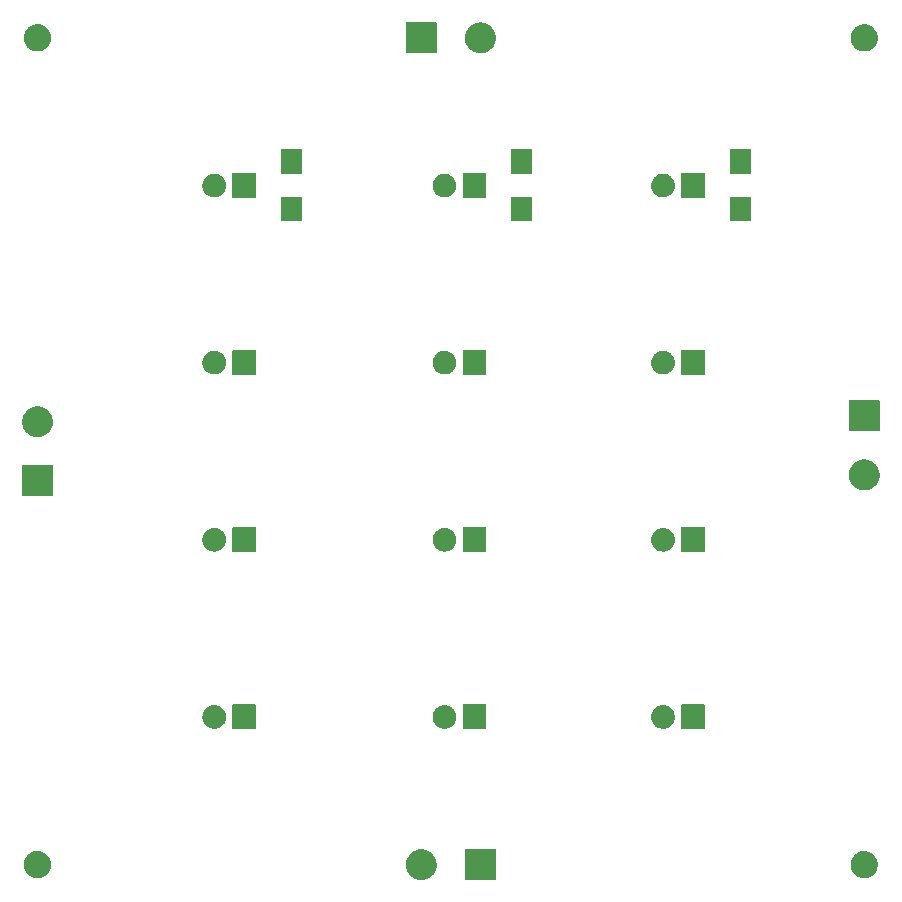
<source format=gbr>
G04 #@! TF.GenerationSoftware,KiCad,Pcbnew,6.0.0-unknown-b25ffc0~86~ubuntu16.04.1*
G04 #@! TF.CreationDate,2019-08-26T10:53:55-04:00*
G04 #@! TF.ProjectId,UV_Curing_Box,55565f43-7572-4696-9e67-5f426f782e6b,rev?*
G04 #@! TF.SameCoordinates,PX5f5e100PY68e7780*
G04 #@! TF.FileFunction,Soldermask,Top*
G04 #@! TF.FilePolarity,Negative*
%FSLAX46Y46*%
G04 Gerber Fmt 4.6, Leading zero omitted, Abs format (unit mm)*
G04 Created by KiCad (PCBNEW 6.0.0-unknown-b25ffc0~86~ubuntu16.04.1) date 2019-08-26 10:53:55*
%MOMM*%
%LPD*%
G04 APERTURE LIST*
%ADD10C,0.100000*%
G04 APERTURE END LIST*
D10*
G36*
X37562163Y6300999D02*
G01*
X37613823Y6300999D01*
X37673518Y6290473D01*
X37728934Y6285235D01*
X37780515Y6271607D01*
X37838010Y6261469D01*
X37888660Y6243034D01*
X37935774Y6230586D01*
X37990780Y6205865D01*
X38051926Y6183610D01*
X38092766Y6160031D01*
X38130911Y6142888D01*
X38186971Y6105642D01*
X38249073Y6069787D01*
X38280019Y6043821D01*
X38309100Y6024499D01*
X38363480Y5973789D01*
X38423460Y5923460D01*
X38445074Y5897701D01*
X38465564Y5878594D01*
X38515316Y5813990D01*
X38569787Y5749073D01*
X38583202Y5725837D01*
X38596093Y5709098D01*
X38638128Y5630702D01*
X38683610Y5551926D01*
X38690462Y5533101D01*
X38697190Y5520553D01*
X38728443Y5428748D01*
X38761469Y5338010D01*
X38763764Y5324993D01*
X38766133Y5318035D01*
X38783667Y5212116D01*
X38800999Y5113823D01*
X38800999Y4886177D01*
X38794489Y4849257D01*
X38793972Y4828097D01*
X38776550Y4747519D01*
X38761469Y4661990D01*
X38753066Y4638902D01*
X38749086Y4620496D01*
X38715393Y4535397D01*
X38683610Y4448074D01*
X38674729Y4432692D01*
X38670332Y4421586D01*
X38618836Y4335882D01*
X38569787Y4250927D01*
X38562752Y4242543D01*
X38560148Y4238209D01*
X38486706Y4151914D01*
X38423460Y4076540D01*
X38354806Y4018933D01*
X38258089Y3937201D01*
X38255713Y3935785D01*
X38249073Y3930213D01*
X38163103Y3880578D01*
X38074325Y3827656D01*
X38065341Y3824135D01*
X38051926Y3816390D01*
X37962837Y3783964D01*
X37875137Y3749595D01*
X37858962Y3746157D01*
X37838010Y3738531D01*
X37750446Y3723091D01*
X37665879Y3705116D01*
X37642476Y3704053D01*
X37613823Y3699001D01*
X37531221Y3699001D01*
X37452166Y3695411D01*
X37422059Y3699001D01*
X37386177Y3699001D01*
X37311223Y3712217D01*
X37239733Y3720742D01*
X37204000Y3731124D01*
X37161990Y3738531D01*
X37096662Y3762309D01*
X37034288Y3780430D01*
X36994505Y3799491D01*
X36948074Y3816390D01*
X36893655Y3847809D01*
X36841358Y3872865D01*
X36799543Y3902144D01*
X36750927Y3930213D01*
X36707915Y3966304D01*
X36666108Y3995578D01*
X36624689Y4036138D01*
X36576540Y4076540D01*
X36544776Y4114396D01*
X36513260Y4145258D01*
X36474897Y4197675D01*
X36430213Y4250927D01*
X36408886Y4287867D01*
X36386907Y4317897D01*
X36354446Y4382160D01*
X36316390Y4448074D01*
X36304117Y4481794D01*
X36290450Y4508850D01*
X36266789Y4584352D01*
X36238531Y4661990D01*
X36233478Y4690645D01*
X36226474Y4712996D01*
X36214444Y4798594D01*
X36199001Y4886177D01*
X36199001Y4908479D01*
X36196700Y4924852D01*
X36199001Y5019002D01*
X36199001Y5113823D01*
X36201691Y5129080D01*
X36201927Y5138725D01*
X36221288Y5240221D01*
X36238531Y5338010D01*
X36241497Y5346158D01*
X36242014Y5348870D01*
X36285709Y5467631D01*
X36316390Y5551926D01*
X36365544Y5637063D01*
X36421557Y5735663D01*
X36424740Y5739594D01*
X36430213Y5749073D01*
X36493280Y5824234D01*
X36556192Y5901924D01*
X36565122Y5909852D01*
X36576540Y5923460D01*
X36647724Y5983190D01*
X36716173Y6043962D01*
X36732111Y6053999D01*
X36750927Y6069787D01*
X36826133Y6113207D01*
X36897201Y6157961D01*
X36920914Y6167929D01*
X36948074Y6183610D01*
X37023682Y6211129D01*
X37094423Y6240866D01*
X37126151Y6248425D01*
X37161990Y6261469D01*
X37234784Y6274304D01*
X37302531Y6290444D01*
X37341947Y6293200D01*
X37386177Y6300999D01*
X37453484Y6300999D01*
X37515953Y6305367D01*
X37562163Y6300999D01*
X37562163Y6300999D01*
G37*
G36*
X43769899Y6298041D02*
G01*
X43786769Y6286769D01*
X43798041Y6269899D01*
X43804448Y6237688D01*
X43804448Y3762312D01*
X43801999Y3750000D01*
X43798041Y3730101D01*
X43786769Y3713231D01*
X43769899Y3701959D01*
X43750000Y3698001D01*
X43737688Y3695552D01*
X41262312Y3695552D01*
X41230101Y3701959D01*
X41213231Y3713231D01*
X41201959Y3730101D01*
X41195552Y3762312D01*
X41195552Y6237688D01*
X41201959Y6269899D01*
X41213231Y6286769D01*
X41230101Y6298041D01*
X41262312Y6304448D01*
X43737688Y6304448D01*
X43769899Y6298041D01*
X43769899Y6298041D01*
G37*
G36*
X5042742Y6152998D02*
G01*
X5066523Y6153745D01*
X5144921Y6142168D01*
X5226500Y6133522D01*
X5249247Y6126763D01*
X5269783Y6123730D01*
X5347754Y6097490D01*
X5429275Y6073265D01*
X5447713Y6063850D01*
X5464517Y6058195D01*
X5539255Y6017106D01*
X5617674Y5977064D01*
X5631693Y5966287D01*
X5644561Y5959213D01*
X5713190Y5903639D01*
X5785387Y5848140D01*
X5795176Y5837249D01*
X5804238Y5829911D01*
X5863939Y5760746D01*
X5926797Y5690813D01*
X5932859Y5680901D01*
X5938493Y5674374D01*
X5986568Y5593084D01*
X6037168Y5510350D01*
X6040236Y5502337D01*
X6043084Y5497521D01*
X6077154Y5405911D01*
X6112804Y5312795D01*
X6113808Y5307350D01*
X6114700Y5304952D01*
X6132616Y5205378D01*
X6151173Y5104765D01*
X6143823Y4833134D01*
X6120018Y4734362D01*
X6097214Y4637136D01*
X6095798Y4633863D01*
X6094260Y4627483D01*
X6053954Y4537166D01*
X6015613Y4448564D01*
X6011958Y4443063D01*
X6008051Y4434308D01*
X5953631Y4355274D01*
X5901911Y4277430D01*
X5895240Y4270474D01*
X5888082Y4260078D01*
X5822260Y4194371D01*
X5759704Y4129138D01*
X5749451Y4121689D01*
X5738371Y4110628D01*
X5664116Y4059689D01*
X5593480Y4008369D01*
X5579343Y4001535D01*
X5563932Y3990963D01*
X5484362Y3955619D01*
X5408493Y3918943D01*
X5390450Y3913905D01*
X5370606Y3905091D01*
X5288862Y3885542D01*
X5210602Y3863691D01*
X5188931Y3861643D01*
X5164869Y3855888D01*
X5083921Y3851716D01*
X5006054Y3844356D01*
X4981349Y3846431D01*
X4953610Y3845001D01*
X4876221Y3855258D01*
X4801308Y3861549D01*
X4774436Y3868749D01*
X4743905Y3872796D01*
X4672551Y3896049D01*
X4602843Y3914727D01*
X4574930Y3927862D01*
X4542777Y3938340D01*
X4479502Y3972767D01*
X4416937Y4002208D01*
X4389322Y4021833D01*
X4356961Y4039440D01*
X4303361Y4082922D01*
X4249459Y4121228D01*
X4223637Y4147596D01*
X4192681Y4172709D01*
X4149857Y4222938D01*
X4105705Y4268025D01*
X4083260Y4301052D01*
X4055438Y4333685D01*
X4023987Y4388270D01*
X3990216Y4437962D01*
X3972746Y4477200D01*
X3949828Y4516975D01*
X3929854Y4573536D01*
X3906647Y4625660D01*
X3895680Y4670310D01*
X3879389Y4716442D01*
X3870526Y4772717D01*
X3857636Y4825196D01*
X3854560Y4874097D01*
X3846479Y4925405D01*
X3847939Y4979343D01*
X3844736Y5030248D01*
X3850714Y5081915D01*
X3852201Y5136867D01*
X3862837Y5186692D01*
X3868352Y5234356D01*
X3884258Y5287040D01*
X3896363Y5343745D01*
X3914741Y5388005D01*
X3927736Y5431045D01*
X3954092Y5482771D01*
X3977486Y5539110D01*
X4001979Y5576754D01*
X4021016Y5614116D01*
X4057938Y5662760D01*
X4092853Y5716421D01*
X4121712Y5746779D01*
X4145237Y5777772D01*
X4192415Y5821154D01*
X4238601Y5869739D01*
X4270068Y5892559D01*
X4296482Y5916848D01*
X4353149Y5952810D01*
X4409848Y5993929D01*
X4442207Y6009329D01*
X4469956Y6026939D01*
X4534906Y6053445D01*
X4600859Y6084832D01*
X4632560Y6093297D01*
X4660192Y6104573D01*
X4731773Y6119788D01*
X4805238Y6139404D01*
X4834933Y6141715D01*
X4861162Y6147290D01*
X4937337Y6149684D01*
X5016139Y6155817D01*
X5042742Y6152998D01*
X5042742Y6152998D01*
G37*
G36*
X75042742Y6152998D02*
G01*
X75066523Y6153745D01*
X75144921Y6142168D01*
X75226500Y6133522D01*
X75249247Y6126763D01*
X75269783Y6123730D01*
X75347754Y6097490D01*
X75429275Y6073265D01*
X75447713Y6063850D01*
X75464517Y6058195D01*
X75539255Y6017106D01*
X75617674Y5977064D01*
X75631693Y5966287D01*
X75644561Y5959213D01*
X75713190Y5903639D01*
X75785387Y5848140D01*
X75795176Y5837249D01*
X75804238Y5829911D01*
X75863939Y5760746D01*
X75926797Y5690813D01*
X75932859Y5680901D01*
X75938493Y5674374D01*
X75986568Y5593084D01*
X76037168Y5510350D01*
X76040236Y5502337D01*
X76043084Y5497521D01*
X76077154Y5405911D01*
X76112804Y5312795D01*
X76113808Y5307350D01*
X76114700Y5304952D01*
X76132616Y5205378D01*
X76151173Y5104765D01*
X76143823Y4833134D01*
X76120018Y4734362D01*
X76097214Y4637136D01*
X76095798Y4633863D01*
X76094260Y4627483D01*
X76053954Y4537166D01*
X76015613Y4448564D01*
X76011958Y4443063D01*
X76008051Y4434308D01*
X75953631Y4355274D01*
X75901911Y4277430D01*
X75895240Y4270474D01*
X75888082Y4260078D01*
X75822260Y4194371D01*
X75759704Y4129138D01*
X75749451Y4121689D01*
X75738371Y4110628D01*
X75664116Y4059689D01*
X75593480Y4008369D01*
X75579343Y4001535D01*
X75563932Y3990963D01*
X75484362Y3955619D01*
X75408493Y3918943D01*
X75390450Y3913905D01*
X75370606Y3905091D01*
X75288862Y3885542D01*
X75210602Y3863691D01*
X75188931Y3861643D01*
X75164869Y3855888D01*
X75083921Y3851716D01*
X75006054Y3844356D01*
X74981349Y3846431D01*
X74953610Y3845001D01*
X74876221Y3855258D01*
X74801308Y3861549D01*
X74774436Y3868749D01*
X74743905Y3872796D01*
X74672551Y3896049D01*
X74602843Y3914727D01*
X74574930Y3927862D01*
X74542777Y3938340D01*
X74479502Y3972767D01*
X74416937Y4002208D01*
X74389322Y4021833D01*
X74356961Y4039440D01*
X74303361Y4082922D01*
X74249459Y4121228D01*
X74223637Y4147596D01*
X74192681Y4172709D01*
X74149857Y4222938D01*
X74105705Y4268025D01*
X74083260Y4301052D01*
X74055438Y4333685D01*
X74023987Y4388270D01*
X73990216Y4437962D01*
X73972746Y4477200D01*
X73949828Y4516975D01*
X73929854Y4573536D01*
X73906647Y4625660D01*
X73895680Y4670310D01*
X73879389Y4716442D01*
X73870526Y4772717D01*
X73857636Y4825196D01*
X73854560Y4874097D01*
X73846479Y4925405D01*
X73847939Y4979343D01*
X73844736Y5030248D01*
X73850714Y5081915D01*
X73852201Y5136867D01*
X73862837Y5186692D01*
X73868352Y5234356D01*
X73884258Y5287040D01*
X73896363Y5343745D01*
X73914741Y5388005D01*
X73927736Y5431045D01*
X73954092Y5482771D01*
X73977486Y5539110D01*
X74001979Y5576754D01*
X74021016Y5614116D01*
X74057938Y5662760D01*
X74092853Y5716421D01*
X74121712Y5746779D01*
X74145237Y5777772D01*
X74192415Y5821154D01*
X74238601Y5869739D01*
X74270068Y5892559D01*
X74296482Y5916848D01*
X74353149Y5952810D01*
X74409848Y5993929D01*
X74442207Y6009329D01*
X74469956Y6026939D01*
X74534906Y6053445D01*
X74600859Y6084832D01*
X74632560Y6093297D01*
X74660192Y6104573D01*
X74731773Y6119788D01*
X74805238Y6139404D01*
X74834933Y6141715D01*
X74861162Y6147290D01*
X74937337Y6149684D01*
X75016139Y6155817D01*
X75042742Y6152998D01*
X75042742Y6152998D01*
G37*
G36*
X61469899Y18548041D02*
G01*
X61486769Y18536769D01*
X61498041Y18519899D01*
X61504448Y18487688D01*
X61504448Y16512312D01*
X61501999Y16500000D01*
X61498041Y16480101D01*
X61486769Y16463231D01*
X61469899Y16451959D01*
X61450000Y16448001D01*
X61437688Y16445552D01*
X59562312Y16445552D01*
X59530101Y16451959D01*
X59513231Y16463231D01*
X59501959Y16480101D01*
X59495552Y16512312D01*
X59495552Y18487688D01*
X59501959Y18519899D01*
X59513231Y18536769D01*
X59530101Y18548041D01*
X59562312Y18554448D01*
X61437688Y18554448D01*
X61469899Y18548041D01*
X61469899Y18548041D01*
G37*
G36*
X42969899Y18548041D02*
G01*
X42986769Y18536769D01*
X42998041Y18519899D01*
X43004448Y18487688D01*
X43004448Y16512312D01*
X43001999Y16500000D01*
X42998041Y16480101D01*
X42986769Y16463231D01*
X42969899Y16451959D01*
X42950000Y16448001D01*
X42937688Y16445552D01*
X41062312Y16445552D01*
X41030101Y16451959D01*
X41013231Y16463231D01*
X41001959Y16480101D01*
X40995552Y16512312D01*
X40995552Y18487688D01*
X41001959Y18519899D01*
X41013231Y18536769D01*
X41030101Y18548041D01*
X41062312Y18554448D01*
X42937688Y18554448D01*
X42969899Y18548041D01*
X42969899Y18548041D01*
G37*
G36*
X23469899Y18548041D02*
G01*
X23486769Y18536769D01*
X23498041Y18519899D01*
X23504448Y18487688D01*
X23504448Y16512312D01*
X23501999Y16500000D01*
X23498041Y16480101D01*
X23486769Y16463231D01*
X23469899Y16451959D01*
X23450000Y16448001D01*
X23437688Y16445552D01*
X21562312Y16445552D01*
X21530101Y16451959D01*
X21513231Y16463231D01*
X21501959Y16480101D01*
X21495552Y16512312D01*
X21495552Y18487688D01*
X21501959Y18519899D01*
X21513231Y18536769D01*
X21530101Y18548041D01*
X21562312Y18554448D01*
X23437688Y18554448D01*
X23469899Y18548041D01*
X23469899Y18548041D01*
G37*
G36*
X39561761Y18497182D02*
G01*
X39605155Y18495021D01*
X39655857Y18482615D01*
X39713623Y18473672D01*
X39754441Y18458492D01*
X39790694Y18449621D01*
X39843705Y18425295D01*
X39904226Y18402787D01*
X39935947Y18382965D01*
X39964297Y18369956D01*
X40016721Y18332493D01*
X40076684Y18295024D01*
X40099328Y18273460D01*
X40119700Y18258902D01*
X40168293Y18207785D01*
X40223950Y18154784D01*
X40238284Y18134160D01*
X40251305Y18120463D01*
X40292649Y18055939D01*
X40340009Y17987797D01*
X40347479Y17970368D01*
X40354357Y17959634D01*
X40385015Y17882790D01*
X40420120Y17800883D01*
X40422693Y17788350D01*
X40425136Y17782226D01*
X40441844Y17695052D01*
X40461011Y17601679D01*
X40460988Y17595168D01*
X40461060Y17594794D01*
X40460373Y17398221D01*
X40460300Y17397853D01*
X40460277Y17391335D01*
X40440438Y17298002D01*
X40423141Y17211043D01*
X40420657Y17204942D01*
X40417996Y17192421D01*
X40382311Y17110741D01*
X40351127Y17034135D01*
X40344174Y17023449D01*
X40336582Y17006071D01*
X40288739Y16938249D01*
X40246951Y16874024D01*
X40233837Y16860420D01*
X40219360Y16839898D01*
X40163344Y16787296D01*
X40114389Y16736513D01*
X40093911Y16722094D01*
X40071118Y16700690D01*
X40010890Y16663637D01*
X39958211Y16626545D01*
X39929780Y16613738D01*
X39897913Y16594133D01*
X39837222Y16572044D01*
X39784054Y16548093D01*
X39747743Y16539476D01*
X39706819Y16524581D01*
X39649000Y16516043D01*
X39598210Y16503990D01*
X39554799Y16502133D01*
X39505643Y16494874D01*
X39453406Y16497795D01*
X39407372Y16495825D01*
X39358332Y16503110D01*
X39302602Y16506226D01*
X39257959Y16518021D01*
X39218438Y16523892D01*
X39165887Y16542347D01*
X39105990Y16558172D01*
X39070119Y16575979D01*
X39038220Y16587181D01*
X38984829Y16618318D01*
X38923840Y16648593D01*
X38897127Y16669463D01*
X38873219Y16683406D01*
X38822080Y16728097D01*
X38763592Y16773792D01*
X38745601Y16794931D01*
X38729390Y16809098D01*
X38683880Y16867453D01*
X38631791Y16928657D01*
X38621383Y16947589D01*
X38611924Y16959718D01*
X38575498Y17031054D01*
X38533823Y17106861D01*
X38529257Y17121612D01*
X38525060Y17129831D01*
X38501100Y17212572D01*
X38473688Y17301125D01*
X38472783Y17310359D01*
X38471931Y17313300D01*
X38463532Y17404701D01*
X38453844Y17503512D01*
X38464210Y17602139D01*
X38473258Y17693595D01*
X38474132Y17696536D01*
X38475101Y17705756D01*
X38503118Y17794078D01*
X38527666Y17876684D01*
X38531920Y17884874D01*
X38536590Y17899595D01*
X38578798Y17975117D01*
X38615717Y18046190D01*
X38625260Y18058252D01*
X38635800Y18077111D01*
X38688313Y18137948D01*
X38734233Y18195988D01*
X38750544Y18210043D01*
X38768679Y18231052D01*
X38827477Y18276333D01*
X38878935Y18320672D01*
X38902942Y18334449D01*
X38929797Y18355130D01*
X38990981Y18384971D01*
X39044601Y18415742D01*
X39076590Y18426725D01*
X39112574Y18444276D01*
X39172571Y18459681D01*
X39225256Y18477770D01*
X39264816Y18483365D01*
X39309543Y18494849D01*
X39365292Y18497576D01*
X39414386Y18504519D01*
X39460409Y18502228D01*
X39512658Y18504783D01*
X39561761Y18497182D01*
X39561761Y18497182D01*
G37*
G36*
X58061761Y18497182D02*
G01*
X58105155Y18495021D01*
X58155857Y18482615D01*
X58213623Y18473672D01*
X58254441Y18458492D01*
X58290694Y18449621D01*
X58343705Y18425295D01*
X58404226Y18402787D01*
X58435947Y18382965D01*
X58464297Y18369956D01*
X58516721Y18332493D01*
X58576684Y18295024D01*
X58599328Y18273460D01*
X58619700Y18258902D01*
X58668293Y18207785D01*
X58723950Y18154784D01*
X58738284Y18134160D01*
X58751305Y18120463D01*
X58792649Y18055939D01*
X58840009Y17987797D01*
X58847479Y17970368D01*
X58854357Y17959634D01*
X58885015Y17882790D01*
X58920120Y17800883D01*
X58922693Y17788350D01*
X58925136Y17782226D01*
X58941844Y17695052D01*
X58961011Y17601679D01*
X58960988Y17595168D01*
X58961060Y17594794D01*
X58960373Y17398221D01*
X58960300Y17397853D01*
X58960277Y17391335D01*
X58940438Y17298002D01*
X58923141Y17211043D01*
X58920657Y17204942D01*
X58917996Y17192421D01*
X58882311Y17110741D01*
X58851127Y17034135D01*
X58844174Y17023449D01*
X58836582Y17006071D01*
X58788739Y16938249D01*
X58746951Y16874024D01*
X58733837Y16860420D01*
X58719360Y16839898D01*
X58663344Y16787296D01*
X58614389Y16736513D01*
X58593911Y16722094D01*
X58571118Y16700690D01*
X58510890Y16663637D01*
X58458211Y16626545D01*
X58429780Y16613738D01*
X58397913Y16594133D01*
X58337222Y16572044D01*
X58284054Y16548093D01*
X58247743Y16539476D01*
X58206819Y16524581D01*
X58149000Y16516043D01*
X58098210Y16503990D01*
X58054799Y16502133D01*
X58005643Y16494874D01*
X57953406Y16497795D01*
X57907372Y16495825D01*
X57858332Y16503110D01*
X57802602Y16506226D01*
X57757959Y16518021D01*
X57718438Y16523892D01*
X57665887Y16542347D01*
X57605990Y16558172D01*
X57570119Y16575979D01*
X57538220Y16587181D01*
X57484829Y16618318D01*
X57423840Y16648593D01*
X57397127Y16669463D01*
X57373219Y16683406D01*
X57322080Y16728097D01*
X57263592Y16773792D01*
X57245601Y16794931D01*
X57229390Y16809098D01*
X57183880Y16867453D01*
X57131791Y16928657D01*
X57121383Y16947589D01*
X57111924Y16959718D01*
X57075498Y17031054D01*
X57033823Y17106861D01*
X57029257Y17121612D01*
X57025060Y17129831D01*
X57001100Y17212572D01*
X56973688Y17301125D01*
X56972783Y17310359D01*
X56971931Y17313300D01*
X56963532Y17404701D01*
X56953844Y17503512D01*
X56964210Y17602139D01*
X56973258Y17693595D01*
X56974132Y17696536D01*
X56975101Y17705756D01*
X57003118Y17794078D01*
X57027666Y17876684D01*
X57031920Y17884874D01*
X57036590Y17899595D01*
X57078798Y17975117D01*
X57115717Y18046190D01*
X57125260Y18058252D01*
X57135800Y18077111D01*
X57188313Y18137948D01*
X57234233Y18195988D01*
X57250544Y18210043D01*
X57268679Y18231052D01*
X57327477Y18276333D01*
X57378935Y18320672D01*
X57402942Y18334449D01*
X57429797Y18355130D01*
X57490981Y18384971D01*
X57544601Y18415742D01*
X57576590Y18426725D01*
X57612574Y18444276D01*
X57672571Y18459681D01*
X57725256Y18477770D01*
X57764816Y18483365D01*
X57809543Y18494849D01*
X57865292Y18497576D01*
X57914386Y18504519D01*
X57960409Y18502228D01*
X58012658Y18504783D01*
X58061761Y18497182D01*
X58061761Y18497182D01*
G37*
G36*
X20061761Y18497182D02*
G01*
X20105155Y18495021D01*
X20155857Y18482615D01*
X20213623Y18473672D01*
X20254441Y18458492D01*
X20290694Y18449621D01*
X20343705Y18425295D01*
X20404226Y18402787D01*
X20435947Y18382965D01*
X20464297Y18369956D01*
X20516721Y18332493D01*
X20576684Y18295024D01*
X20599328Y18273460D01*
X20619700Y18258902D01*
X20668293Y18207785D01*
X20723950Y18154784D01*
X20738284Y18134160D01*
X20751305Y18120463D01*
X20792649Y18055939D01*
X20840009Y17987797D01*
X20847479Y17970368D01*
X20854357Y17959634D01*
X20885015Y17882790D01*
X20920120Y17800883D01*
X20922693Y17788350D01*
X20925136Y17782226D01*
X20941844Y17695052D01*
X20961011Y17601679D01*
X20960988Y17595168D01*
X20961060Y17594794D01*
X20960373Y17398221D01*
X20960300Y17397853D01*
X20960277Y17391335D01*
X20940438Y17298002D01*
X20923141Y17211043D01*
X20920657Y17204942D01*
X20917996Y17192421D01*
X20882311Y17110741D01*
X20851127Y17034135D01*
X20844174Y17023449D01*
X20836582Y17006071D01*
X20788739Y16938249D01*
X20746951Y16874024D01*
X20733837Y16860420D01*
X20719360Y16839898D01*
X20663344Y16787296D01*
X20614389Y16736513D01*
X20593911Y16722094D01*
X20571118Y16700690D01*
X20510890Y16663637D01*
X20458211Y16626545D01*
X20429780Y16613738D01*
X20397913Y16594133D01*
X20337222Y16572044D01*
X20284054Y16548093D01*
X20247743Y16539476D01*
X20206819Y16524581D01*
X20149000Y16516043D01*
X20098210Y16503990D01*
X20054799Y16502133D01*
X20005643Y16494874D01*
X19953406Y16497795D01*
X19907372Y16495825D01*
X19858332Y16503110D01*
X19802602Y16506226D01*
X19757959Y16518021D01*
X19718438Y16523892D01*
X19665887Y16542347D01*
X19605990Y16558172D01*
X19570119Y16575979D01*
X19538220Y16587181D01*
X19484829Y16618318D01*
X19423840Y16648593D01*
X19397127Y16669463D01*
X19373219Y16683406D01*
X19322080Y16728097D01*
X19263592Y16773792D01*
X19245601Y16794931D01*
X19229390Y16809098D01*
X19183880Y16867453D01*
X19131791Y16928657D01*
X19121383Y16947589D01*
X19111924Y16959718D01*
X19075498Y17031054D01*
X19033823Y17106861D01*
X19029257Y17121612D01*
X19025060Y17129831D01*
X19001100Y17212572D01*
X18973688Y17301125D01*
X18972783Y17310359D01*
X18971931Y17313300D01*
X18963532Y17404701D01*
X18953844Y17503512D01*
X18964210Y17602139D01*
X18973258Y17693595D01*
X18974132Y17696536D01*
X18975101Y17705756D01*
X19003118Y17794078D01*
X19027666Y17876684D01*
X19031920Y17884874D01*
X19036590Y17899595D01*
X19078798Y17975117D01*
X19115717Y18046190D01*
X19125260Y18058252D01*
X19135800Y18077111D01*
X19188313Y18137948D01*
X19234233Y18195988D01*
X19250544Y18210043D01*
X19268679Y18231052D01*
X19327477Y18276333D01*
X19378935Y18320672D01*
X19402942Y18334449D01*
X19429797Y18355130D01*
X19490981Y18384971D01*
X19544601Y18415742D01*
X19576590Y18426725D01*
X19612574Y18444276D01*
X19672571Y18459681D01*
X19725256Y18477770D01*
X19764816Y18483365D01*
X19809543Y18494849D01*
X19865292Y18497576D01*
X19914386Y18504519D01*
X19960409Y18502228D01*
X20012658Y18504783D01*
X20061761Y18497182D01*
X20061761Y18497182D01*
G37*
G36*
X23469899Y33548041D02*
G01*
X23486769Y33536769D01*
X23498041Y33519899D01*
X23504448Y33487688D01*
X23504448Y31512312D01*
X23501999Y31500000D01*
X23498041Y31480101D01*
X23486769Y31463231D01*
X23469899Y31451959D01*
X23450000Y31448001D01*
X23437688Y31445552D01*
X21562312Y31445552D01*
X21530101Y31451959D01*
X21513231Y31463231D01*
X21501959Y31480101D01*
X21495552Y31512312D01*
X21495552Y33487688D01*
X21501959Y33519899D01*
X21513231Y33536769D01*
X21530101Y33548041D01*
X21562312Y33554448D01*
X23437688Y33554448D01*
X23469899Y33548041D01*
X23469899Y33548041D01*
G37*
G36*
X61469899Y33548041D02*
G01*
X61486769Y33536769D01*
X61498041Y33519899D01*
X61504448Y33487688D01*
X61504448Y31512312D01*
X61501999Y31500000D01*
X61498041Y31480101D01*
X61486769Y31463231D01*
X61469899Y31451959D01*
X61450000Y31448001D01*
X61437688Y31445552D01*
X59562312Y31445552D01*
X59530101Y31451959D01*
X59513231Y31463231D01*
X59501959Y31480101D01*
X59495552Y31512312D01*
X59495552Y33487688D01*
X59501959Y33519899D01*
X59513231Y33536769D01*
X59530101Y33548041D01*
X59562312Y33554448D01*
X61437688Y33554448D01*
X61469899Y33548041D01*
X61469899Y33548041D01*
G37*
G36*
X42969899Y33548041D02*
G01*
X42986769Y33536769D01*
X42998041Y33519899D01*
X43004448Y33487688D01*
X43004448Y31512312D01*
X43001999Y31500000D01*
X42998041Y31480101D01*
X42986769Y31463231D01*
X42969899Y31451959D01*
X42950000Y31448001D01*
X42937688Y31445552D01*
X41062312Y31445552D01*
X41030101Y31451959D01*
X41013231Y31463231D01*
X41001959Y31480101D01*
X40995552Y31512312D01*
X40995552Y33487688D01*
X41001959Y33519899D01*
X41013231Y33536769D01*
X41030101Y33548041D01*
X41062312Y33554448D01*
X42937688Y33554448D01*
X42969899Y33548041D01*
X42969899Y33548041D01*
G37*
G36*
X58061761Y33497182D02*
G01*
X58105155Y33495021D01*
X58155857Y33482615D01*
X58213623Y33473672D01*
X58254441Y33458492D01*
X58290694Y33449621D01*
X58343705Y33425295D01*
X58404226Y33402787D01*
X58435947Y33382965D01*
X58464297Y33369956D01*
X58516721Y33332493D01*
X58576684Y33295024D01*
X58599328Y33273460D01*
X58619700Y33258902D01*
X58668293Y33207785D01*
X58723950Y33154784D01*
X58738284Y33134160D01*
X58751305Y33120463D01*
X58792649Y33055939D01*
X58840009Y32987797D01*
X58847479Y32970368D01*
X58854357Y32959634D01*
X58885015Y32882790D01*
X58920120Y32800883D01*
X58922693Y32788350D01*
X58925136Y32782226D01*
X58941844Y32695052D01*
X58961011Y32601679D01*
X58960988Y32595168D01*
X58961060Y32594794D01*
X58960373Y32398221D01*
X58960300Y32397853D01*
X58960277Y32391335D01*
X58940438Y32298002D01*
X58923141Y32211043D01*
X58920657Y32204942D01*
X58917996Y32192421D01*
X58882311Y32110741D01*
X58851127Y32034135D01*
X58844174Y32023449D01*
X58836582Y32006071D01*
X58788739Y31938249D01*
X58746951Y31874024D01*
X58733837Y31860420D01*
X58719360Y31839898D01*
X58663344Y31787296D01*
X58614389Y31736513D01*
X58593911Y31722094D01*
X58571118Y31700690D01*
X58510890Y31663637D01*
X58458211Y31626545D01*
X58429780Y31613738D01*
X58397913Y31594133D01*
X58337222Y31572044D01*
X58284054Y31548093D01*
X58247743Y31539476D01*
X58206819Y31524581D01*
X58149000Y31516043D01*
X58098210Y31503990D01*
X58054799Y31502133D01*
X58005643Y31494874D01*
X57953406Y31497795D01*
X57907372Y31495825D01*
X57858332Y31503110D01*
X57802602Y31506226D01*
X57757959Y31518021D01*
X57718438Y31523892D01*
X57665887Y31542347D01*
X57605990Y31558172D01*
X57570119Y31575979D01*
X57538220Y31587181D01*
X57484829Y31618318D01*
X57423840Y31648593D01*
X57397127Y31669463D01*
X57373219Y31683406D01*
X57322080Y31728097D01*
X57263592Y31773792D01*
X57245601Y31794931D01*
X57229390Y31809098D01*
X57183880Y31867453D01*
X57131791Y31928657D01*
X57121383Y31947589D01*
X57111924Y31959718D01*
X57075498Y32031054D01*
X57033823Y32106861D01*
X57029257Y32121612D01*
X57025060Y32129831D01*
X57001100Y32212572D01*
X56973688Y32301125D01*
X56972783Y32310359D01*
X56971931Y32313300D01*
X56963532Y32404701D01*
X56953844Y32503512D01*
X56964210Y32602139D01*
X56973258Y32693595D01*
X56974132Y32696536D01*
X56975101Y32705756D01*
X57003118Y32794078D01*
X57027666Y32876684D01*
X57031920Y32884874D01*
X57036590Y32899595D01*
X57078798Y32975117D01*
X57115717Y33046190D01*
X57125260Y33058252D01*
X57135800Y33077111D01*
X57188313Y33137948D01*
X57234233Y33195988D01*
X57250544Y33210043D01*
X57268679Y33231052D01*
X57327477Y33276333D01*
X57378935Y33320672D01*
X57402942Y33334449D01*
X57429797Y33355130D01*
X57490981Y33384971D01*
X57544601Y33415742D01*
X57576590Y33426725D01*
X57612574Y33444276D01*
X57672571Y33459681D01*
X57725256Y33477770D01*
X57764816Y33483365D01*
X57809543Y33494849D01*
X57865292Y33497576D01*
X57914386Y33504519D01*
X57960409Y33502228D01*
X58012658Y33504783D01*
X58061761Y33497182D01*
X58061761Y33497182D01*
G37*
G36*
X39561761Y33497182D02*
G01*
X39605155Y33495021D01*
X39655857Y33482615D01*
X39713623Y33473672D01*
X39754441Y33458492D01*
X39790694Y33449621D01*
X39843705Y33425295D01*
X39904226Y33402787D01*
X39935947Y33382965D01*
X39964297Y33369956D01*
X40016721Y33332493D01*
X40076684Y33295024D01*
X40099328Y33273460D01*
X40119700Y33258902D01*
X40168293Y33207785D01*
X40223950Y33154784D01*
X40238284Y33134160D01*
X40251305Y33120463D01*
X40292649Y33055939D01*
X40340009Y32987797D01*
X40347479Y32970368D01*
X40354357Y32959634D01*
X40385015Y32882790D01*
X40420120Y32800883D01*
X40422693Y32788350D01*
X40425136Y32782226D01*
X40441844Y32695052D01*
X40461011Y32601679D01*
X40460988Y32595168D01*
X40461060Y32594794D01*
X40460373Y32398221D01*
X40460300Y32397853D01*
X40460277Y32391335D01*
X40440438Y32298002D01*
X40423141Y32211043D01*
X40420657Y32204942D01*
X40417996Y32192421D01*
X40382311Y32110741D01*
X40351127Y32034135D01*
X40344174Y32023449D01*
X40336582Y32006071D01*
X40288739Y31938249D01*
X40246951Y31874024D01*
X40233837Y31860420D01*
X40219360Y31839898D01*
X40163344Y31787296D01*
X40114389Y31736513D01*
X40093911Y31722094D01*
X40071118Y31700690D01*
X40010890Y31663637D01*
X39958211Y31626545D01*
X39929780Y31613738D01*
X39897913Y31594133D01*
X39837222Y31572044D01*
X39784054Y31548093D01*
X39747743Y31539476D01*
X39706819Y31524581D01*
X39649000Y31516043D01*
X39598210Y31503990D01*
X39554799Y31502133D01*
X39505643Y31494874D01*
X39453406Y31497795D01*
X39407372Y31495825D01*
X39358332Y31503110D01*
X39302602Y31506226D01*
X39257959Y31518021D01*
X39218438Y31523892D01*
X39165887Y31542347D01*
X39105990Y31558172D01*
X39070119Y31575979D01*
X39038220Y31587181D01*
X38984829Y31618318D01*
X38923840Y31648593D01*
X38897127Y31669463D01*
X38873219Y31683406D01*
X38822080Y31728097D01*
X38763592Y31773792D01*
X38745601Y31794931D01*
X38729390Y31809098D01*
X38683880Y31867453D01*
X38631791Y31928657D01*
X38621383Y31947589D01*
X38611924Y31959718D01*
X38575498Y32031054D01*
X38533823Y32106861D01*
X38529257Y32121612D01*
X38525060Y32129831D01*
X38501100Y32212572D01*
X38473688Y32301125D01*
X38472783Y32310359D01*
X38471931Y32313300D01*
X38463532Y32404701D01*
X38453844Y32503512D01*
X38464210Y32602139D01*
X38473258Y32693595D01*
X38474132Y32696536D01*
X38475101Y32705756D01*
X38503118Y32794078D01*
X38527666Y32876684D01*
X38531920Y32884874D01*
X38536590Y32899595D01*
X38578798Y32975117D01*
X38615717Y33046190D01*
X38625260Y33058252D01*
X38635800Y33077111D01*
X38688313Y33137948D01*
X38734233Y33195988D01*
X38750544Y33210043D01*
X38768679Y33231052D01*
X38827477Y33276333D01*
X38878935Y33320672D01*
X38902942Y33334449D01*
X38929797Y33355130D01*
X38990981Y33384971D01*
X39044601Y33415742D01*
X39076590Y33426725D01*
X39112574Y33444276D01*
X39172571Y33459681D01*
X39225256Y33477770D01*
X39264816Y33483365D01*
X39309543Y33494849D01*
X39365292Y33497576D01*
X39414386Y33504519D01*
X39460409Y33502228D01*
X39512658Y33504783D01*
X39561761Y33497182D01*
X39561761Y33497182D01*
G37*
G36*
X20061761Y33497182D02*
G01*
X20105155Y33495021D01*
X20155857Y33482615D01*
X20213623Y33473672D01*
X20254441Y33458492D01*
X20290694Y33449621D01*
X20343705Y33425295D01*
X20404226Y33402787D01*
X20435947Y33382965D01*
X20464297Y33369956D01*
X20516721Y33332493D01*
X20576684Y33295024D01*
X20599328Y33273460D01*
X20619700Y33258902D01*
X20668293Y33207785D01*
X20723950Y33154784D01*
X20738284Y33134160D01*
X20751305Y33120463D01*
X20792649Y33055939D01*
X20840009Y32987797D01*
X20847479Y32970368D01*
X20854357Y32959634D01*
X20885015Y32882790D01*
X20920120Y32800883D01*
X20922693Y32788350D01*
X20925136Y32782226D01*
X20941844Y32695052D01*
X20961011Y32601679D01*
X20960988Y32595168D01*
X20961060Y32594794D01*
X20960373Y32398221D01*
X20960300Y32397853D01*
X20960277Y32391335D01*
X20940438Y32298002D01*
X20923141Y32211043D01*
X20920657Y32204942D01*
X20917996Y32192421D01*
X20882311Y32110741D01*
X20851127Y32034135D01*
X20844174Y32023449D01*
X20836582Y32006071D01*
X20788739Y31938249D01*
X20746951Y31874024D01*
X20733837Y31860420D01*
X20719360Y31839898D01*
X20663344Y31787296D01*
X20614389Y31736513D01*
X20593911Y31722094D01*
X20571118Y31700690D01*
X20510890Y31663637D01*
X20458211Y31626545D01*
X20429780Y31613738D01*
X20397913Y31594133D01*
X20337222Y31572044D01*
X20284054Y31548093D01*
X20247743Y31539476D01*
X20206819Y31524581D01*
X20149000Y31516043D01*
X20098210Y31503990D01*
X20054799Y31502133D01*
X20005643Y31494874D01*
X19953406Y31497795D01*
X19907372Y31495825D01*
X19858332Y31503110D01*
X19802602Y31506226D01*
X19757959Y31518021D01*
X19718438Y31523892D01*
X19665887Y31542347D01*
X19605990Y31558172D01*
X19570119Y31575979D01*
X19538220Y31587181D01*
X19484829Y31618318D01*
X19423840Y31648593D01*
X19397127Y31669463D01*
X19373219Y31683406D01*
X19322080Y31728097D01*
X19263592Y31773792D01*
X19245601Y31794931D01*
X19229390Y31809098D01*
X19183880Y31867453D01*
X19131791Y31928657D01*
X19121383Y31947589D01*
X19111924Y31959718D01*
X19075498Y32031054D01*
X19033823Y32106861D01*
X19029257Y32121612D01*
X19025060Y32129831D01*
X19001100Y32212572D01*
X18973688Y32301125D01*
X18972783Y32310359D01*
X18971931Y32313300D01*
X18963532Y32404701D01*
X18953844Y32503512D01*
X18964210Y32602139D01*
X18973258Y32693595D01*
X18974132Y32696536D01*
X18975101Y32705756D01*
X19003118Y32794078D01*
X19027666Y32876684D01*
X19031920Y32884874D01*
X19036590Y32899595D01*
X19078798Y32975117D01*
X19115717Y33046190D01*
X19125260Y33058252D01*
X19135800Y33077111D01*
X19188313Y33137948D01*
X19234233Y33195988D01*
X19250544Y33210043D01*
X19268679Y33231052D01*
X19327477Y33276333D01*
X19378935Y33320672D01*
X19402942Y33334449D01*
X19429797Y33355130D01*
X19490981Y33384971D01*
X19544601Y33415742D01*
X19576590Y33426725D01*
X19612574Y33444276D01*
X19672571Y33459681D01*
X19725256Y33477770D01*
X19764816Y33483365D01*
X19809543Y33494849D01*
X19865292Y33497576D01*
X19914386Y33504519D01*
X19960409Y33502228D01*
X20012658Y33504783D01*
X20061761Y33497182D01*
X20061761Y33497182D01*
G37*
G36*
X6269899Y38798041D02*
G01*
X6286769Y38786769D01*
X6298041Y38769899D01*
X6304448Y38737688D01*
X6304448Y36262312D01*
X6301999Y36250000D01*
X6298041Y36230101D01*
X6286769Y36213231D01*
X6269899Y36201959D01*
X6250000Y36198001D01*
X6237688Y36195552D01*
X3762312Y36195552D01*
X3730101Y36201959D01*
X3713231Y36213231D01*
X3701959Y36230101D01*
X3695552Y36262312D01*
X3695552Y38737688D01*
X3701959Y38769899D01*
X3713231Y38786769D01*
X3730101Y38798041D01*
X3762312Y38804448D01*
X6237688Y38804448D01*
X6269899Y38798041D01*
X6269899Y38798041D01*
G37*
G36*
X75062163Y39300999D02*
G01*
X75113823Y39300999D01*
X75173518Y39290473D01*
X75228934Y39285235D01*
X75280515Y39271607D01*
X75338010Y39261469D01*
X75388660Y39243034D01*
X75435774Y39230586D01*
X75490780Y39205865D01*
X75551926Y39183610D01*
X75592766Y39160031D01*
X75630911Y39142888D01*
X75686971Y39105642D01*
X75749073Y39069787D01*
X75780019Y39043821D01*
X75809100Y39024499D01*
X75863480Y38973789D01*
X75923460Y38923460D01*
X75945074Y38897701D01*
X75965564Y38878594D01*
X76015316Y38813990D01*
X76069787Y38749073D01*
X76083202Y38725837D01*
X76096093Y38709098D01*
X76138128Y38630702D01*
X76183610Y38551926D01*
X76190462Y38533101D01*
X76197190Y38520553D01*
X76228443Y38428748D01*
X76261469Y38338010D01*
X76263764Y38324993D01*
X76266133Y38318035D01*
X76283667Y38212116D01*
X76300999Y38113823D01*
X76300999Y37886177D01*
X76294489Y37849257D01*
X76293972Y37828097D01*
X76276550Y37747519D01*
X76261469Y37661990D01*
X76253066Y37638902D01*
X76249086Y37620496D01*
X76215393Y37535397D01*
X76183610Y37448074D01*
X76174729Y37432692D01*
X76170332Y37421586D01*
X76118836Y37335882D01*
X76069787Y37250927D01*
X76062752Y37242543D01*
X76060148Y37238209D01*
X75986706Y37151914D01*
X75923460Y37076540D01*
X75854806Y37018933D01*
X75758089Y36937201D01*
X75755713Y36935785D01*
X75749073Y36930213D01*
X75663103Y36880578D01*
X75574325Y36827656D01*
X75565341Y36824135D01*
X75551926Y36816390D01*
X75462837Y36783964D01*
X75375137Y36749595D01*
X75358962Y36746157D01*
X75338010Y36738531D01*
X75250446Y36723091D01*
X75165879Y36705116D01*
X75142476Y36704053D01*
X75113823Y36699001D01*
X75031221Y36699001D01*
X74952166Y36695411D01*
X74922059Y36699001D01*
X74886177Y36699001D01*
X74811223Y36712217D01*
X74739733Y36720742D01*
X74704000Y36731124D01*
X74661990Y36738531D01*
X74596662Y36762309D01*
X74534288Y36780430D01*
X74494505Y36799491D01*
X74448074Y36816390D01*
X74393655Y36847809D01*
X74341358Y36872865D01*
X74299543Y36902144D01*
X74250927Y36930213D01*
X74207915Y36966304D01*
X74166108Y36995578D01*
X74124689Y37036138D01*
X74076540Y37076540D01*
X74044776Y37114396D01*
X74013260Y37145258D01*
X73974897Y37197675D01*
X73930213Y37250927D01*
X73908886Y37287867D01*
X73886907Y37317897D01*
X73854446Y37382160D01*
X73816390Y37448074D01*
X73804117Y37481794D01*
X73790450Y37508850D01*
X73766789Y37584352D01*
X73738531Y37661990D01*
X73733478Y37690645D01*
X73726474Y37712996D01*
X73714444Y37798594D01*
X73699001Y37886177D01*
X73699001Y37908479D01*
X73696700Y37924852D01*
X73699001Y38019002D01*
X73699001Y38113823D01*
X73701691Y38129080D01*
X73701927Y38138725D01*
X73721288Y38240221D01*
X73738531Y38338010D01*
X73741497Y38346158D01*
X73742014Y38348870D01*
X73785709Y38467631D01*
X73816390Y38551926D01*
X73865544Y38637063D01*
X73921557Y38735663D01*
X73924740Y38739594D01*
X73930213Y38749073D01*
X73993280Y38824234D01*
X74056192Y38901924D01*
X74065122Y38909852D01*
X74076540Y38923460D01*
X74147724Y38983190D01*
X74216173Y39043962D01*
X74232111Y39053999D01*
X74250927Y39069787D01*
X74326133Y39113207D01*
X74397201Y39157961D01*
X74420914Y39167929D01*
X74448074Y39183610D01*
X74523682Y39211129D01*
X74594423Y39240866D01*
X74626151Y39248425D01*
X74661990Y39261469D01*
X74734784Y39274304D01*
X74802531Y39290444D01*
X74841947Y39293200D01*
X74886177Y39300999D01*
X74953484Y39300999D01*
X75015953Y39305367D01*
X75062163Y39300999D01*
X75062163Y39300999D01*
G37*
G36*
X5062163Y43800999D02*
G01*
X5113823Y43800999D01*
X5173518Y43790473D01*
X5228934Y43785235D01*
X5280515Y43771607D01*
X5338010Y43761469D01*
X5388660Y43743034D01*
X5435774Y43730586D01*
X5490780Y43705865D01*
X5551926Y43683610D01*
X5592766Y43660031D01*
X5630911Y43642888D01*
X5686971Y43605642D01*
X5749073Y43569787D01*
X5780019Y43543821D01*
X5809100Y43524499D01*
X5863480Y43473789D01*
X5923460Y43423460D01*
X5945074Y43397701D01*
X5965564Y43378594D01*
X6015316Y43313990D01*
X6069787Y43249073D01*
X6083202Y43225837D01*
X6096093Y43209098D01*
X6138128Y43130702D01*
X6183610Y43051926D01*
X6190462Y43033101D01*
X6197190Y43020553D01*
X6228443Y42928748D01*
X6261469Y42838010D01*
X6263764Y42824993D01*
X6266133Y42818035D01*
X6283667Y42712116D01*
X6300999Y42613823D01*
X6300999Y42386177D01*
X6294489Y42349257D01*
X6293972Y42328097D01*
X6276550Y42247519D01*
X6261469Y42161990D01*
X6253066Y42138902D01*
X6249086Y42120496D01*
X6215393Y42035397D01*
X6183610Y41948074D01*
X6174729Y41932692D01*
X6170332Y41921586D01*
X6118836Y41835882D01*
X6069787Y41750927D01*
X6062752Y41742543D01*
X6060148Y41738209D01*
X5986706Y41651914D01*
X5923460Y41576540D01*
X5854806Y41518933D01*
X5758089Y41437201D01*
X5755713Y41435785D01*
X5749073Y41430213D01*
X5663103Y41380578D01*
X5574325Y41327656D01*
X5565341Y41324135D01*
X5551926Y41316390D01*
X5462837Y41283964D01*
X5375137Y41249595D01*
X5358962Y41246157D01*
X5338010Y41238531D01*
X5250446Y41223091D01*
X5165879Y41205116D01*
X5142476Y41204053D01*
X5113823Y41199001D01*
X5031221Y41199001D01*
X4952166Y41195411D01*
X4922059Y41199001D01*
X4886177Y41199001D01*
X4811223Y41212217D01*
X4739733Y41220742D01*
X4704000Y41231124D01*
X4661990Y41238531D01*
X4596662Y41262309D01*
X4534288Y41280430D01*
X4494505Y41299491D01*
X4448074Y41316390D01*
X4393655Y41347809D01*
X4341358Y41372865D01*
X4299543Y41402144D01*
X4250927Y41430213D01*
X4207915Y41466304D01*
X4166108Y41495578D01*
X4124689Y41536138D01*
X4076540Y41576540D01*
X4044776Y41614396D01*
X4013260Y41645258D01*
X3974897Y41697675D01*
X3930213Y41750927D01*
X3908886Y41787867D01*
X3886907Y41817897D01*
X3854446Y41882160D01*
X3816390Y41948074D01*
X3804117Y41981794D01*
X3790450Y42008850D01*
X3766789Y42084352D01*
X3738531Y42161990D01*
X3733478Y42190645D01*
X3726474Y42212996D01*
X3714444Y42298594D01*
X3699001Y42386177D01*
X3699001Y42408479D01*
X3696700Y42424852D01*
X3699001Y42519002D01*
X3699001Y42613823D01*
X3701691Y42629080D01*
X3701927Y42638725D01*
X3721288Y42740221D01*
X3738531Y42838010D01*
X3741497Y42846158D01*
X3742014Y42848870D01*
X3785709Y42967631D01*
X3816390Y43051926D01*
X3865544Y43137063D01*
X3921557Y43235663D01*
X3924740Y43239594D01*
X3930213Y43249073D01*
X3993280Y43324234D01*
X4056192Y43401924D01*
X4065122Y43409852D01*
X4076540Y43423460D01*
X4147724Y43483190D01*
X4216173Y43543962D01*
X4232111Y43553999D01*
X4250927Y43569787D01*
X4326133Y43613207D01*
X4397201Y43657961D01*
X4420914Y43667929D01*
X4448074Y43683610D01*
X4523682Y43711129D01*
X4594423Y43740866D01*
X4626151Y43748425D01*
X4661990Y43761469D01*
X4734784Y43774304D01*
X4802531Y43790444D01*
X4841947Y43793200D01*
X4886177Y43800999D01*
X4953484Y43800999D01*
X5015953Y43805367D01*
X5062163Y43800999D01*
X5062163Y43800999D01*
G37*
G36*
X76269899Y44298041D02*
G01*
X76286769Y44286769D01*
X76298041Y44269899D01*
X76304448Y44237688D01*
X76304448Y41762312D01*
X76301999Y41750000D01*
X76298041Y41730101D01*
X76286769Y41713231D01*
X76269899Y41701959D01*
X76250000Y41698001D01*
X76237688Y41695552D01*
X73762312Y41695552D01*
X73730101Y41701959D01*
X73713231Y41713231D01*
X73701959Y41730101D01*
X73695552Y41762312D01*
X73695552Y44237688D01*
X73701959Y44269899D01*
X73713231Y44286769D01*
X73730101Y44298041D01*
X73762312Y44304448D01*
X76237688Y44304448D01*
X76269899Y44298041D01*
X76269899Y44298041D01*
G37*
G36*
X23469899Y48548041D02*
G01*
X23486769Y48536769D01*
X23498041Y48519899D01*
X23504448Y48487688D01*
X23504448Y46512312D01*
X23501999Y46500000D01*
X23498041Y46480101D01*
X23486769Y46463231D01*
X23469899Y46451959D01*
X23450000Y46448001D01*
X23437688Y46445552D01*
X21562312Y46445552D01*
X21530101Y46451959D01*
X21513231Y46463231D01*
X21501959Y46480101D01*
X21495552Y46512312D01*
X21495552Y48487688D01*
X21501959Y48519899D01*
X21513231Y48536769D01*
X21530101Y48548041D01*
X21562312Y48554448D01*
X23437688Y48554448D01*
X23469899Y48548041D01*
X23469899Y48548041D01*
G37*
G36*
X42969899Y48548041D02*
G01*
X42986769Y48536769D01*
X42998041Y48519899D01*
X43004448Y48487688D01*
X43004448Y46512312D01*
X43001999Y46500000D01*
X42998041Y46480101D01*
X42986769Y46463231D01*
X42969899Y46451959D01*
X42950000Y46448001D01*
X42937688Y46445552D01*
X41062312Y46445552D01*
X41030101Y46451959D01*
X41013231Y46463231D01*
X41001959Y46480101D01*
X40995552Y46512312D01*
X40995552Y48487688D01*
X41001959Y48519899D01*
X41013231Y48536769D01*
X41030101Y48548041D01*
X41062312Y48554448D01*
X42937688Y48554448D01*
X42969899Y48548041D01*
X42969899Y48548041D01*
G37*
G36*
X61469899Y48548041D02*
G01*
X61486769Y48536769D01*
X61498041Y48519899D01*
X61504448Y48487688D01*
X61504448Y46512312D01*
X61501999Y46500000D01*
X61498041Y46480101D01*
X61486769Y46463231D01*
X61469899Y46451959D01*
X61450000Y46448001D01*
X61437688Y46445552D01*
X59562312Y46445552D01*
X59530101Y46451959D01*
X59513231Y46463231D01*
X59501959Y46480101D01*
X59495552Y46512312D01*
X59495552Y48487688D01*
X59501959Y48519899D01*
X59513231Y48536769D01*
X59530101Y48548041D01*
X59562312Y48554448D01*
X61437688Y48554448D01*
X61469899Y48548041D01*
X61469899Y48548041D01*
G37*
G36*
X20061761Y48497182D02*
G01*
X20105155Y48495021D01*
X20155857Y48482615D01*
X20213623Y48473672D01*
X20254441Y48458492D01*
X20290694Y48449621D01*
X20343705Y48425295D01*
X20404226Y48402787D01*
X20435947Y48382965D01*
X20464297Y48369956D01*
X20516721Y48332493D01*
X20576684Y48295024D01*
X20599328Y48273460D01*
X20619700Y48258902D01*
X20668293Y48207785D01*
X20723950Y48154784D01*
X20738284Y48134160D01*
X20751305Y48120463D01*
X20792649Y48055939D01*
X20840009Y47987797D01*
X20847479Y47970368D01*
X20854357Y47959634D01*
X20885015Y47882790D01*
X20920120Y47800883D01*
X20922693Y47788350D01*
X20925136Y47782226D01*
X20941844Y47695052D01*
X20961011Y47601679D01*
X20960988Y47595168D01*
X20961060Y47594794D01*
X20960373Y47398221D01*
X20960300Y47397853D01*
X20960277Y47391335D01*
X20940438Y47298002D01*
X20923141Y47211043D01*
X20920657Y47204942D01*
X20917996Y47192421D01*
X20882311Y47110741D01*
X20851127Y47034135D01*
X20844174Y47023449D01*
X20836582Y47006071D01*
X20788739Y46938249D01*
X20746951Y46874024D01*
X20733837Y46860420D01*
X20719360Y46839898D01*
X20663344Y46787296D01*
X20614389Y46736513D01*
X20593911Y46722094D01*
X20571118Y46700690D01*
X20510890Y46663637D01*
X20458211Y46626545D01*
X20429780Y46613738D01*
X20397913Y46594133D01*
X20337222Y46572044D01*
X20284054Y46548093D01*
X20247743Y46539476D01*
X20206819Y46524581D01*
X20149000Y46516043D01*
X20098210Y46503990D01*
X20054799Y46502133D01*
X20005643Y46494874D01*
X19953406Y46497795D01*
X19907372Y46495825D01*
X19858332Y46503110D01*
X19802602Y46506226D01*
X19757959Y46518021D01*
X19718438Y46523892D01*
X19665887Y46542347D01*
X19605990Y46558172D01*
X19570119Y46575979D01*
X19538220Y46587181D01*
X19484829Y46618318D01*
X19423840Y46648593D01*
X19397127Y46669463D01*
X19373219Y46683406D01*
X19322080Y46728097D01*
X19263592Y46773792D01*
X19245601Y46794931D01*
X19229390Y46809098D01*
X19183880Y46867453D01*
X19131791Y46928657D01*
X19121383Y46947589D01*
X19111924Y46959718D01*
X19075498Y47031054D01*
X19033823Y47106861D01*
X19029257Y47121612D01*
X19025060Y47129831D01*
X19001100Y47212572D01*
X18973688Y47301125D01*
X18972783Y47310359D01*
X18971931Y47313300D01*
X18963532Y47404701D01*
X18953844Y47503512D01*
X18964210Y47602139D01*
X18973258Y47693595D01*
X18974132Y47696536D01*
X18975101Y47705756D01*
X19003118Y47794078D01*
X19027666Y47876684D01*
X19031920Y47884874D01*
X19036590Y47899595D01*
X19078798Y47975117D01*
X19115717Y48046190D01*
X19125260Y48058252D01*
X19135800Y48077111D01*
X19188313Y48137948D01*
X19234233Y48195988D01*
X19250544Y48210043D01*
X19268679Y48231052D01*
X19327477Y48276333D01*
X19378935Y48320672D01*
X19402942Y48334449D01*
X19429797Y48355130D01*
X19490981Y48384971D01*
X19544601Y48415742D01*
X19576590Y48426725D01*
X19612574Y48444276D01*
X19672571Y48459681D01*
X19725256Y48477770D01*
X19764816Y48483365D01*
X19809543Y48494849D01*
X19865292Y48497576D01*
X19914386Y48504519D01*
X19960409Y48502228D01*
X20012658Y48504783D01*
X20061761Y48497182D01*
X20061761Y48497182D01*
G37*
G36*
X39561761Y48497182D02*
G01*
X39605155Y48495021D01*
X39655857Y48482615D01*
X39713623Y48473672D01*
X39754441Y48458492D01*
X39790694Y48449621D01*
X39843705Y48425295D01*
X39904226Y48402787D01*
X39935947Y48382965D01*
X39964297Y48369956D01*
X40016721Y48332493D01*
X40076684Y48295024D01*
X40099328Y48273460D01*
X40119700Y48258902D01*
X40168293Y48207785D01*
X40223950Y48154784D01*
X40238284Y48134160D01*
X40251305Y48120463D01*
X40292649Y48055939D01*
X40340009Y47987797D01*
X40347479Y47970368D01*
X40354357Y47959634D01*
X40385015Y47882790D01*
X40420120Y47800883D01*
X40422693Y47788350D01*
X40425136Y47782226D01*
X40441844Y47695052D01*
X40461011Y47601679D01*
X40460988Y47595168D01*
X40461060Y47594794D01*
X40460373Y47398221D01*
X40460300Y47397853D01*
X40460277Y47391335D01*
X40440438Y47298002D01*
X40423141Y47211043D01*
X40420657Y47204942D01*
X40417996Y47192421D01*
X40382311Y47110741D01*
X40351127Y47034135D01*
X40344174Y47023449D01*
X40336582Y47006071D01*
X40288739Y46938249D01*
X40246951Y46874024D01*
X40233837Y46860420D01*
X40219360Y46839898D01*
X40163344Y46787296D01*
X40114389Y46736513D01*
X40093911Y46722094D01*
X40071118Y46700690D01*
X40010890Y46663637D01*
X39958211Y46626545D01*
X39929780Y46613738D01*
X39897913Y46594133D01*
X39837222Y46572044D01*
X39784054Y46548093D01*
X39747743Y46539476D01*
X39706819Y46524581D01*
X39649000Y46516043D01*
X39598210Y46503990D01*
X39554799Y46502133D01*
X39505643Y46494874D01*
X39453406Y46497795D01*
X39407372Y46495825D01*
X39358332Y46503110D01*
X39302602Y46506226D01*
X39257959Y46518021D01*
X39218438Y46523892D01*
X39165887Y46542347D01*
X39105990Y46558172D01*
X39070119Y46575979D01*
X39038220Y46587181D01*
X38984829Y46618318D01*
X38923840Y46648593D01*
X38897127Y46669463D01*
X38873219Y46683406D01*
X38822080Y46728097D01*
X38763592Y46773792D01*
X38745601Y46794931D01*
X38729390Y46809098D01*
X38683880Y46867453D01*
X38631791Y46928657D01*
X38621383Y46947589D01*
X38611924Y46959718D01*
X38575498Y47031054D01*
X38533823Y47106861D01*
X38529257Y47121612D01*
X38525060Y47129831D01*
X38501100Y47212572D01*
X38473688Y47301125D01*
X38472783Y47310359D01*
X38471931Y47313300D01*
X38463532Y47404701D01*
X38453844Y47503512D01*
X38464210Y47602139D01*
X38473258Y47693595D01*
X38474132Y47696536D01*
X38475101Y47705756D01*
X38503118Y47794078D01*
X38527666Y47876684D01*
X38531920Y47884874D01*
X38536590Y47899595D01*
X38578798Y47975117D01*
X38615717Y48046190D01*
X38625260Y48058252D01*
X38635800Y48077111D01*
X38688313Y48137948D01*
X38734233Y48195988D01*
X38750544Y48210043D01*
X38768679Y48231052D01*
X38827477Y48276333D01*
X38878935Y48320672D01*
X38902942Y48334449D01*
X38929797Y48355130D01*
X38990981Y48384971D01*
X39044601Y48415742D01*
X39076590Y48426725D01*
X39112574Y48444276D01*
X39172571Y48459681D01*
X39225256Y48477770D01*
X39264816Y48483365D01*
X39309543Y48494849D01*
X39365292Y48497576D01*
X39414386Y48504519D01*
X39460409Y48502228D01*
X39512658Y48504783D01*
X39561761Y48497182D01*
X39561761Y48497182D01*
G37*
G36*
X58061761Y48497182D02*
G01*
X58105155Y48495021D01*
X58155857Y48482615D01*
X58213623Y48473672D01*
X58254441Y48458492D01*
X58290694Y48449621D01*
X58343705Y48425295D01*
X58404226Y48402787D01*
X58435947Y48382965D01*
X58464297Y48369956D01*
X58516721Y48332493D01*
X58576684Y48295024D01*
X58599328Y48273460D01*
X58619700Y48258902D01*
X58668293Y48207785D01*
X58723950Y48154784D01*
X58738284Y48134160D01*
X58751305Y48120463D01*
X58792649Y48055939D01*
X58840009Y47987797D01*
X58847479Y47970368D01*
X58854357Y47959634D01*
X58885015Y47882790D01*
X58920120Y47800883D01*
X58922693Y47788350D01*
X58925136Y47782226D01*
X58941844Y47695052D01*
X58961011Y47601679D01*
X58960988Y47595168D01*
X58961060Y47594794D01*
X58960373Y47398221D01*
X58960300Y47397853D01*
X58960277Y47391335D01*
X58940438Y47298002D01*
X58923141Y47211043D01*
X58920657Y47204942D01*
X58917996Y47192421D01*
X58882311Y47110741D01*
X58851127Y47034135D01*
X58844174Y47023449D01*
X58836582Y47006071D01*
X58788739Y46938249D01*
X58746951Y46874024D01*
X58733837Y46860420D01*
X58719360Y46839898D01*
X58663344Y46787296D01*
X58614389Y46736513D01*
X58593911Y46722094D01*
X58571118Y46700690D01*
X58510890Y46663637D01*
X58458211Y46626545D01*
X58429780Y46613738D01*
X58397913Y46594133D01*
X58337222Y46572044D01*
X58284054Y46548093D01*
X58247743Y46539476D01*
X58206819Y46524581D01*
X58149000Y46516043D01*
X58098210Y46503990D01*
X58054799Y46502133D01*
X58005643Y46494874D01*
X57953406Y46497795D01*
X57907372Y46495825D01*
X57858332Y46503110D01*
X57802602Y46506226D01*
X57757959Y46518021D01*
X57718438Y46523892D01*
X57665887Y46542347D01*
X57605990Y46558172D01*
X57570119Y46575979D01*
X57538220Y46587181D01*
X57484829Y46618318D01*
X57423840Y46648593D01*
X57397127Y46669463D01*
X57373219Y46683406D01*
X57322080Y46728097D01*
X57263592Y46773792D01*
X57245601Y46794931D01*
X57229390Y46809098D01*
X57183880Y46867453D01*
X57131791Y46928657D01*
X57121383Y46947589D01*
X57111924Y46959718D01*
X57075498Y47031054D01*
X57033823Y47106861D01*
X57029257Y47121612D01*
X57025060Y47129831D01*
X57001100Y47212572D01*
X56973688Y47301125D01*
X56972783Y47310359D01*
X56971931Y47313300D01*
X56963532Y47404701D01*
X56953844Y47503512D01*
X56964210Y47602139D01*
X56973258Y47693595D01*
X56974132Y47696536D01*
X56975101Y47705756D01*
X57003118Y47794078D01*
X57027666Y47876684D01*
X57031920Y47884874D01*
X57036590Y47899595D01*
X57078798Y47975117D01*
X57115717Y48046190D01*
X57125260Y48058252D01*
X57135800Y48077111D01*
X57188313Y48137948D01*
X57234233Y48195988D01*
X57250544Y48210043D01*
X57268679Y48231052D01*
X57327477Y48276333D01*
X57378935Y48320672D01*
X57402942Y48334449D01*
X57429797Y48355130D01*
X57490981Y48384971D01*
X57544601Y48415742D01*
X57576590Y48426725D01*
X57612574Y48444276D01*
X57672571Y48459681D01*
X57725256Y48477770D01*
X57764816Y48483365D01*
X57809543Y48494849D01*
X57865292Y48497576D01*
X57914386Y48504519D01*
X57960409Y48502228D01*
X58012658Y48504783D01*
X58061761Y48497182D01*
X58061761Y48497182D01*
G37*
G36*
X46869899Y61548041D02*
G01*
X46886769Y61536769D01*
X46898041Y61519899D01*
X46904448Y61487688D01*
X46904448Y59512312D01*
X46901999Y59500000D01*
X46898041Y59480101D01*
X46886769Y59463231D01*
X46869899Y59451959D01*
X46850000Y59448001D01*
X46837688Y59445552D01*
X45162312Y59445552D01*
X45130101Y59451959D01*
X45113231Y59463231D01*
X45101959Y59480101D01*
X45095552Y59512312D01*
X45095552Y61487688D01*
X45101959Y61519899D01*
X45113231Y61536769D01*
X45130101Y61548041D01*
X45162312Y61554448D01*
X46837688Y61554448D01*
X46869899Y61548041D01*
X46869899Y61548041D01*
G37*
G36*
X65369899Y61548041D02*
G01*
X65386769Y61536769D01*
X65398041Y61519899D01*
X65404448Y61487688D01*
X65404448Y59512312D01*
X65401999Y59500000D01*
X65398041Y59480101D01*
X65386769Y59463231D01*
X65369899Y59451959D01*
X65350000Y59448001D01*
X65337688Y59445552D01*
X63662312Y59445552D01*
X63630101Y59451959D01*
X63613231Y59463231D01*
X63601959Y59480101D01*
X63595552Y59512312D01*
X63595552Y61487688D01*
X63601959Y61519899D01*
X63613231Y61536769D01*
X63630101Y61548041D01*
X63662312Y61554448D01*
X65337688Y61554448D01*
X65369899Y61548041D01*
X65369899Y61548041D01*
G37*
G36*
X27369899Y61548041D02*
G01*
X27386769Y61536769D01*
X27398041Y61519899D01*
X27404448Y61487688D01*
X27404448Y59512312D01*
X27401999Y59500000D01*
X27398041Y59480101D01*
X27386769Y59463231D01*
X27369899Y59451959D01*
X27350000Y59448001D01*
X27337688Y59445552D01*
X25662312Y59445552D01*
X25630101Y59451959D01*
X25613231Y59463231D01*
X25601959Y59480101D01*
X25595552Y59512312D01*
X25595552Y61487688D01*
X25601959Y61519899D01*
X25613231Y61536769D01*
X25630101Y61548041D01*
X25662312Y61554448D01*
X27337688Y61554448D01*
X27369899Y61548041D01*
X27369899Y61548041D01*
G37*
G36*
X61469899Y63548041D02*
G01*
X61486769Y63536769D01*
X61498041Y63519899D01*
X61504448Y63487688D01*
X61504448Y61512312D01*
X61501999Y61500000D01*
X61498041Y61480101D01*
X61486769Y61463231D01*
X61469899Y61451959D01*
X61450000Y61448001D01*
X61437688Y61445552D01*
X59562312Y61445552D01*
X59530101Y61451959D01*
X59513231Y61463231D01*
X59501959Y61480101D01*
X59495552Y61512312D01*
X59495552Y63487688D01*
X59501959Y63519899D01*
X59513231Y63536769D01*
X59530101Y63548041D01*
X59562312Y63554448D01*
X61437688Y63554448D01*
X61469899Y63548041D01*
X61469899Y63548041D01*
G37*
G36*
X23469899Y63548041D02*
G01*
X23486769Y63536769D01*
X23498041Y63519899D01*
X23504448Y63487688D01*
X23504448Y61512312D01*
X23501999Y61500000D01*
X23498041Y61480101D01*
X23486769Y61463231D01*
X23469899Y61451959D01*
X23450000Y61448001D01*
X23437688Y61445552D01*
X21562312Y61445552D01*
X21530101Y61451959D01*
X21513231Y61463231D01*
X21501959Y61480101D01*
X21495552Y61512312D01*
X21495552Y63487688D01*
X21501959Y63519899D01*
X21513231Y63536769D01*
X21530101Y63548041D01*
X21562312Y63554448D01*
X23437688Y63554448D01*
X23469899Y63548041D01*
X23469899Y63548041D01*
G37*
G36*
X42969899Y63548041D02*
G01*
X42986769Y63536769D01*
X42998041Y63519899D01*
X43004448Y63487688D01*
X43004448Y61512312D01*
X43001999Y61500000D01*
X42998041Y61480101D01*
X42986769Y61463231D01*
X42969899Y61451959D01*
X42950000Y61448001D01*
X42937688Y61445552D01*
X41062312Y61445552D01*
X41030101Y61451959D01*
X41013231Y61463231D01*
X41001959Y61480101D01*
X40995552Y61512312D01*
X40995552Y63487688D01*
X41001959Y63519899D01*
X41013231Y63536769D01*
X41030101Y63548041D01*
X41062312Y63554448D01*
X42937688Y63554448D01*
X42969899Y63548041D01*
X42969899Y63548041D01*
G37*
G36*
X20061761Y63497182D02*
G01*
X20105155Y63495021D01*
X20155857Y63482615D01*
X20213623Y63473672D01*
X20254441Y63458492D01*
X20290694Y63449621D01*
X20343705Y63425295D01*
X20404226Y63402787D01*
X20435947Y63382965D01*
X20464297Y63369956D01*
X20516721Y63332493D01*
X20576684Y63295024D01*
X20599328Y63273460D01*
X20619700Y63258902D01*
X20668293Y63207785D01*
X20723950Y63154784D01*
X20738284Y63134160D01*
X20751305Y63120463D01*
X20792649Y63055939D01*
X20840009Y62987797D01*
X20847479Y62970368D01*
X20854357Y62959634D01*
X20885015Y62882790D01*
X20920120Y62800883D01*
X20922693Y62788350D01*
X20925136Y62782226D01*
X20941844Y62695052D01*
X20961011Y62601679D01*
X20960988Y62595168D01*
X20961060Y62594794D01*
X20960373Y62398221D01*
X20960300Y62397853D01*
X20960277Y62391335D01*
X20940438Y62298002D01*
X20923141Y62211043D01*
X20920657Y62204942D01*
X20917996Y62192421D01*
X20882311Y62110741D01*
X20851127Y62034135D01*
X20844174Y62023449D01*
X20836582Y62006071D01*
X20788739Y61938249D01*
X20746951Y61874024D01*
X20733837Y61860420D01*
X20719360Y61839898D01*
X20663344Y61787296D01*
X20614389Y61736513D01*
X20593911Y61722094D01*
X20571118Y61700690D01*
X20510890Y61663637D01*
X20458211Y61626545D01*
X20429780Y61613738D01*
X20397913Y61594133D01*
X20337222Y61572044D01*
X20284054Y61548093D01*
X20247743Y61539476D01*
X20206819Y61524581D01*
X20149000Y61516043D01*
X20098210Y61503990D01*
X20054799Y61502133D01*
X20005643Y61494874D01*
X19953406Y61497795D01*
X19907372Y61495825D01*
X19858332Y61503110D01*
X19802602Y61506226D01*
X19757959Y61518021D01*
X19718438Y61523892D01*
X19665887Y61542347D01*
X19605990Y61558172D01*
X19570119Y61575979D01*
X19538220Y61587181D01*
X19484829Y61618318D01*
X19423840Y61648593D01*
X19397127Y61669463D01*
X19373219Y61683406D01*
X19322080Y61728097D01*
X19263592Y61773792D01*
X19245601Y61794931D01*
X19229390Y61809098D01*
X19183880Y61867453D01*
X19131791Y61928657D01*
X19121383Y61947589D01*
X19111924Y61959718D01*
X19075498Y62031054D01*
X19033823Y62106861D01*
X19029257Y62121612D01*
X19025060Y62129831D01*
X19001100Y62212572D01*
X18973688Y62301125D01*
X18972783Y62310359D01*
X18971931Y62313300D01*
X18963532Y62404701D01*
X18953844Y62503512D01*
X18964210Y62602139D01*
X18973258Y62693595D01*
X18974132Y62696536D01*
X18975101Y62705756D01*
X19003118Y62794078D01*
X19027666Y62876684D01*
X19031920Y62884874D01*
X19036590Y62899595D01*
X19078798Y62975117D01*
X19115717Y63046190D01*
X19125260Y63058252D01*
X19135800Y63077111D01*
X19188313Y63137948D01*
X19234233Y63195988D01*
X19250544Y63210043D01*
X19268679Y63231052D01*
X19327477Y63276333D01*
X19378935Y63320672D01*
X19402942Y63334449D01*
X19429797Y63355130D01*
X19490981Y63384971D01*
X19544601Y63415742D01*
X19576590Y63426725D01*
X19612574Y63444276D01*
X19672571Y63459681D01*
X19725256Y63477770D01*
X19764816Y63483365D01*
X19809543Y63494849D01*
X19865292Y63497576D01*
X19914386Y63504519D01*
X19960409Y63502228D01*
X20012658Y63504783D01*
X20061761Y63497182D01*
X20061761Y63497182D01*
G37*
G36*
X58061761Y63497182D02*
G01*
X58105155Y63495021D01*
X58155857Y63482615D01*
X58213623Y63473672D01*
X58254441Y63458492D01*
X58290694Y63449621D01*
X58343705Y63425295D01*
X58404226Y63402787D01*
X58435947Y63382965D01*
X58464297Y63369956D01*
X58516721Y63332493D01*
X58576684Y63295024D01*
X58599328Y63273460D01*
X58619700Y63258902D01*
X58668293Y63207785D01*
X58723950Y63154784D01*
X58738284Y63134160D01*
X58751305Y63120463D01*
X58792649Y63055939D01*
X58840009Y62987797D01*
X58847479Y62970368D01*
X58854357Y62959634D01*
X58885015Y62882790D01*
X58920120Y62800883D01*
X58922693Y62788350D01*
X58925136Y62782226D01*
X58941844Y62695052D01*
X58961011Y62601679D01*
X58960988Y62595168D01*
X58961060Y62594794D01*
X58960373Y62398221D01*
X58960300Y62397853D01*
X58960277Y62391335D01*
X58940438Y62298002D01*
X58923141Y62211043D01*
X58920657Y62204942D01*
X58917996Y62192421D01*
X58882311Y62110741D01*
X58851127Y62034135D01*
X58844174Y62023449D01*
X58836582Y62006071D01*
X58788739Y61938249D01*
X58746951Y61874024D01*
X58733837Y61860420D01*
X58719360Y61839898D01*
X58663344Y61787296D01*
X58614389Y61736513D01*
X58593911Y61722094D01*
X58571118Y61700690D01*
X58510890Y61663637D01*
X58458211Y61626545D01*
X58429780Y61613738D01*
X58397913Y61594133D01*
X58337222Y61572044D01*
X58284054Y61548093D01*
X58247743Y61539476D01*
X58206819Y61524581D01*
X58149000Y61516043D01*
X58098210Y61503990D01*
X58054799Y61502133D01*
X58005643Y61494874D01*
X57953406Y61497795D01*
X57907372Y61495825D01*
X57858332Y61503110D01*
X57802602Y61506226D01*
X57757959Y61518021D01*
X57718438Y61523892D01*
X57665887Y61542347D01*
X57605990Y61558172D01*
X57570119Y61575979D01*
X57538220Y61587181D01*
X57484829Y61618318D01*
X57423840Y61648593D01*
X57397127Y61669463D01*
X57373219Y61683406D01*
X57322080Y61728097D01*
X57263592Y61773792D01*
X57245601Y61794931D01*
X57229390Y61809098D01*
X57183880Y61867453D01*
X57131791Y61928657D01*
X57121383Y61947589D01*
X57111924Y61959718D01*
X57075498Y62031054D01*
X57033823Y62106861D01*
X57029257Y62121612D01*
X57025060Y62129831D01*
X57001100Y62212572D01*
X56973688Y62301125D01*
X56972783Y62310359D01*
X56971931Y62313300D01*
X56963532Y62404701D01*
X56953844Y62503512D01*
X56964210Y62602139D01*
X56973258Y62693595D01*
X56974132Y62696536D01*
X56975101Y62705756D01*
X57003118Y62794078D01*
X57027666Y62876684D01*
X57031920Y62884874D01*
X57036590Y62899595D01*
X57078798Y62975117D01*
X57115717Y63046190D01*
X57125260Y63058252D01*
X57135800Y63077111D01*
X57188313Y63137948D01*
X57234233Y63195988D01*
X57250544Y63210043D01*
X57268679Y63231052D01*
X57327477Y63276333D01*
X57378935Y63320672D01*
X57402942Y63334449D01*
X57429797Y63355130D01*
X57490981Y63384971D01*
X57544601Y63415742D01*
X57576590Y63426725D01*
X57612574Y63444276D01*
X57672571Y63459681D01*
X57725256Y63477770D01*
X57764816Y63483365D01*
X57809543Y63494849D01*
X57865292Y63497576D01*
X57914386Y63504519D01*
X57960409Y63502228D01*
X58012658Y63504783D01*
X58061761Y63497182D01*
X58061761Y63497182D01*
G37*
G36*
X39561761Y63497182D02*
G01*
X39605155Y63495021D01*
X39655857Y63482615D01*
X39713623Y63473672D01*
X39754441Y63458492D01*
X39790694Y63449621D01*
X39843705Y63425295D01*
X39904226Y63402787D01*
X39935947Y63382965D01*
X39964297Y63369956D01*
X40016721Y63332493D01*
X40076684Y63295024D01*
X40099328Y63273460D01*
X40119700Y63258902D01*
X40168293Y63207785D01*
X40223950Y63154784D01*
X40238284Y63134160D01*
X40251305Y63120463D01*
X40292649Y63055939D01*
X40340009Y62987797D01*
X40347479Y62970368D01*
X40354357Y62959634D01*
X40385015Y62882790D01*
X40420120Y62800883D01*
X40422693Y62788350D01*
X40425136Y62782226D01*
X40441844Y62695052D01*
X40461011Y62601679D01*
X40460988Y62595168D01*
X40461060Y62594794D01*
X40460373Y62398221D01*
X40460300Y62397853D01*
X40460277Y62391335D01*
X40440438Y62298002D01*
X40423141Y62211043D01*
X40420657Y62204942D01*
X40417996Y62192421D01*
X40382311Y62110741D01*
X40351127Y62034135D01*
X40344174Y62023449D01*
X40336582Y62006071D01*
X40288739Y61938249D01*
X40246951Y61874024D01*
X40233837Y61860420D01*
X40219360Y61839898D01*
X40163344Y61787296D01*
X40114389Y61736513D01*
X40093911Y61722094D01*
X40071118Y61700690D01*
X40010890Y61663637D01*
X39958211Y61626545D01*
X39929780Y61613738D01*
X39897913Y61594133D01*
X39837222Y61572044D01*
X39784054Y61548093D01*
X39747743Y61539476D01*
X39706819Y61524581D01*
X39649000Y61516043D01*
X39598210Y61503990D01*
X39554799Y61502133D01*
X39505643Y61494874D01*
X39453406Y61497795D01*
X39407372Y61495825D01*
X39358332Y61503110D01*
X39302602Y61506226D01*
X39257959Y61518021D01*
X39218438Y61523892D01*
X39165887Y61542347D01*
X39105990Y61558172D01*
X39070119Y61575979D01*
X39038220Y61587181D01*
X38984829Y61618318D01*
X38923840Y61648593D01*
X38897127Y61669463D01*
X38873219Y61683406D01*
X38822080Y61728097D01*
X38763592Y61773792D01*
X38745601Y61794931D01*
X38729390Y61809098D01*
X38683880Y61867453D01*
X38631791Y61928657D01*
X38621383Y61947589D01*
X38611924Y61959718D01*
X38575498Y62031054D01*
X38533823Y62106861D01*
X38529257Y62121612D01*
X38525060Y62129831D01*
X38501100Y62212572D01*
X38473688Y62301125D01*
X38472783Y62310359D01*
X38471931Y62313300D01*
X38463532Y62404701D01*
X38453844Y62503512D01*
X38464210Y62602139D01*
X38473258Y62693595D01*
X38474132Y62696536D01*
X38475101Y62705756D01*
X38503118Y62794078D01*
X38527666Y62876684D01*
X38531920Y62884874D01*
X38536590Y62899595D01*
X38578798Y62975117D01*
X38615717Y63046190D01*
X38625260Y63058252D01*
X38635800Y63077111D01*
X38688313Y63137948D01*
X38734233Y63195988D01*
X38750544Y63210043D01*
X38768679Y63231052D01*
X38827477Y63276333D01*
X38878935Y63320672D01*
X38902942Y63334449D01*
X38929797Y63355130D01*
X38990981Y63384971D01*
X39044601Y63415742D01*
X39076590Y63426725D01*
X39112574Y63444276D01*
X39172571Y63459681D01*
X39225256Y63477770D01*
X39264816Y63483365D01*
X39309543Y63494849D01*
X39365292Y63497576D01*
X39414386Y63504519D01*
X39460409Y63502228D01*
X39512658Y63504783D01*
X39561761Y63497182D01*
X39561761Y63497182D01*
G37*
G36*
X27369899Y65548041D02*
G01*
X27386769Y65536769D01*
X27398041Y65519899D01*
X27404448Y65487688D01*
X27404448Y63512312D01*
X27401999Y63500000D01*
X27398041Y63480101D01*
X27386769Y63463231D01*
X27369899Y63451959D01*
X27350000Y63448001D01*
X27337688Y63445552D01*
X25662312Y63445552D01*
X25630101Y63451959D01*
X25613231Y63463231D01*
X25601959Y63480101D01*
X25595552Y63512312D01*
X25595552Y65487688D01*
X25601959Y65519899D01*
X25613231Y65536769D01*
X25630101Y65548041D01*
X25662312Y65554448D01*
X27337688Y65554448D01*
X27369899Y65548041D01*
X27369899Y65548041D01*
G37*
G36*
X46869899Y65548041D02*
G01*
X46886769Y65536769D01*
X46898041Y65519899D01*
X46904448Y65487688D01*
X46904448Y63512312D01*
X46901999Y63500000D01*
X46898041Y63480101D01*
X46886769Y63463231D01*
X46869899Y63451959D01*
X46850000Y63448001D01*
X46837688Y63445552D01*
X45162312Y63445552D01*
X45130101Y63451959D01*
X45113231Y63463231D01*
X45101959Y63480101D01*
X45095552Y63512312D01*
X45095552Y65487688D01*
X45101959Y65519899D01*
X45113231Y65536769D01*
X45130101Y65548041D01*
X45162312Y65554448D01*
X46837688Y65554448D01*
X46869899Y65548041D01*
X46869899Y65548041D01*
G37*
G36*
X65369899Y65548041D02*
G01*
X65386769Y65536769D01*
X65398041Y65519899D01*
X65404448Y65487688D01*
X65404448Y63512312D01*
X65401999Y63500000D01*
X65398041Y63480101D01*
X65386769Y63463231D01*
X65369899Y63451959D01*
X65350000Y63448001D01*
X65337688Y63445552D01*
X63662312Y63445552D01*
X63630101Y63451959D01*
X63613231Y63463231D01*
X63601959Y63480101D01*
X63595552Y63512312D01*
X63595552Y65487688D01*
X63601959Y65519899D01*
X63613231Y65536769D01*
X63630101Y65548041D01*
X63662312Y65554448D01*
X65337688Y65554448D01*
X65369899Y65548041D01*
X65369899Y65548041D01*
G37*
G36*
X42562163Y76300999D02*
G01*
X42613823Y76300999D01*
X42673518Y76290473D01*
X42728934Y76285235D01*
X42780515Y76271607D01*
X42838010Y76261469D01*
X42888660Y76243034D01*
X42935774Y76230586D01*
X42990780Y76205865D01*
X43051926Y76183610D01*
X43092766Y76160031D01*
X43130911Y76142888D01*
X43186971Y76105642D01*
X43249073Y76069787D01*
X43280019Y76043821D01*
X43309100Y76024499D01*
X43363480Y75973789D01*
X43423460Y75923460D01*
X43445074Y75897701D01*
X43465564Y75878594D01*
X43515316Y75813990D01*
X43569787Y75749073D01*
X43583202Y75725837D01*
X43596093Y75709098D01*
X43638128Y75630702D01*
X43683610Y75551926D01*
X43690462Y75533101D01*
X43697190Y75520553D01*
X43728443Y75428748D01*
X43761469Y75338010D01*
X43763764Y75324993D01*
X43766133Y75318035D01*
X43783667Y75212116D01*
X43800999Y75113823D01*
X43800999Y74886177D01*
X43794489Y74849257D01*
X43793972Y74828097D01*
X43776550Y74747519D01*
X43761469Y74661990D01*
X43753066Y74638902D01*
X43749086Y74620496D01*
X43715393Y74535397D01*
X43683610Y74448074D01*
X43674729Y74432692D01*
X43670332Y74421586D01*
X43618836Y74335882D01*
X43569787Y74250927D01*
X43562752Y74242543D01*
X43560148Y74238209D01*
X43486706Y74151914D01*
X43423460Y74076540D01*
X43354806Y74018933D01*
X43258089Y73937201D01*
X43255713Y73935785D01*
X43249073Y73930213D01*
X43163103Y73880578D01*
X43074325Y73827656D01*
X43065341Y73824135D01*
X43051926Y73816390D01*
X42962837Y73783964D01*
X42875137Y73749595D01*
X42858962Y73746157D01*
X42838010Y73738531D01*
X42750446Y73723091D01*
X42665879Y73705116D01*
X42642476Y73704053D01*
X42613823Y73699001D01*
X42531221Y73699001D01*
X42452166Y73695411D01*
X42422059Y73699001D01*
X42386177Y73699001D01*
X42311223Y73712217D01*
X42239733Y73720742D01*
X42204000Y73731124D01*
X42161990Y73738531D01*
X42096662Y73762309D01*
X42034288Y73780430D01*
X41994505Y73799491D01*
X41948074Y73816390D01*
X41893655Y73847809D01*
X41841358Y73872865D01*
X41799543Y73902144D01*
X41750927Y73930213D01*
X41707915Y73966304D01*
X41666108Y73995578D01*
X41624689Y74036138D01*
X41576540Y74076540D01*
X41544776Y74114396D01*
X41513260Y74145258D01*
X41474897Y74197675D01*
X41430213Y74250927D01*
X41408886Y74287867D01*
X41386907Y74317897D01*
X41354446Y74382160D01*
X41316390Y74448074D01*
X41304117Y74481794D01*
X41290450Y74508850D01*
X41266789Y74584352D01*
X41238531Y74661990D01*
X41233478Y74690645D01*
X41226474Y74712996D01*
X41214444Y74798594D01*
X41199001Y74886177D01*
X41199001Y74908479D01*
X41196700Y74924852D01*
X41199001Y75019002D01*
X41199001Y75113823D01*
X41201691Y75129080D01*
X41201927Y75138725D01*
X41221288Y75240221D01*
X41238531Y75338010D01*
X41241497Y75346158D01*
X41242014Y75348870D01*
X41285709Y75467631D01*
X41316390Y75551926D01*
X41365544Y75637063D01*
X41421557Y75735663D01*
X41424740Y75739594D01*
X41430213Y75749073D01*
X41493280Y75824234D01*
X41556192Y75901924D01*
X41565122Y75909852D01*
X41576540Y75923460D01*
X41647724Y75983190D01*
X41716173Y76043962D01*
X41732111Y76053999D01*
X41750927Y76069787D01*
X41826133Y76113207D01*
X41897201Y76157961D01*
X41920914Y76167929D01*
X41948074Y76183610D01*
X42023682Y76211129D01*
X42094423Y76240866D01*
X42126151Y76248425D01*
X42161990Y76261469D01*
X42234784Y76274304D01*
X42302531Y76290444D01*
X42341947Y76293200D01*
X42386177Y76300999D01*
X42453484Y76300999D01*
X42515953Y76305367D01*
X42562163Y76300999D01*
X42562163Y76300999D01*
G37*
G36*
X38769899Y76298041D02*
G01*
X38786769Y76286769D01*
X38798041Y76269899D01*
X38804448Y76237688D01*
X38804448Y73762312D01*
X38801999Y73750000D01*
X38798041Y73730101D01*
X38786769Y73713231D01*
X38769899Y73701959D01*
X38750000Y73698001D01*
X38737688Y73695552D01*
X36262312Y73695552D01*
X36230101Y73701959D01*
X36213231Y73713231D01*
X36201959Y73730101D01*
X36195552Y73762312D01*
X36195552Y76237688D01*
X36201959Y76269899D01*
X36213231Y76286769D01*
X36230101Y76298041D01*
X36262312Y76304448D01*
X38737688Y76304448D01*
X38769899Y76298041D01*
X38769899Y76298041D01*
G37*
G36*
X5042742Y76152998D02*
G01*
X5066523Y76153745D01*
X5144921Y76142168D01*
X5226500Y76133522D01*
X5249247Y76126763D01*
X5269783Y76123730D01*
X5347754Y76097490D01*
X5429275Y76073265D01*
X5447713Y76063850D01*
X5464517Y76058195D01*
X5539255Y76017106D01*
X5617674Y75977064D01*
X5631693Y75966287D01*
X5644561Y75959213D01*
X5713190Y75903639D01*
X5785387Y75848140D01*
X5795176Y75837249D01*
X5804238Y75829911D01*
X5863939Y75760746D01*
X5926797Y75690813D01*
X5932859Y75680901D01*
X5938493Y75674374D01*
X5986568Y75593084D01*
X6037168Y75510350D01*
X6040236Y75502337D01*
X6043084Y75497521D01*
X6077154Y75405911D01*
X6112804Y75312795D01*
X6113808Y75307350D01*
X6114700Y75304952D01*
X6132616Y75205378D01*
X6151173Y75104765D01*
X6143823Y74833134D01*
X6120018Y74734362D01*
X6097214Y74637136D01*
X6095798Y74633863D01*
X6094260Y74627483D01*
X6053954Y74537166D01*
X6015613Y74448564D01*
X6011958Y74443063D01*
X6008051Y74434308D01*
X5953631Y74355274D01*
X5901911Y74277430D01*
X5895240Y74270474D01*
X5888082Y74260078D01*
X5822260Y74194371D01*
X5759704Y74129138D01*
X5749451Y74121689D01*
X5738371Y74110628D01*
X5664116Y74059689D01*
X5593480Y74008369D01*
X5579343Y74001535D01*
X5563932Y73990963D01*
X5484362Y73955619D01*
X5408493Y73918943D01*
X5390450Y73913905D01*
X5370606Y73905091D01*
X5288862Y73885542D01*
X5210602Y73863691D01*
X5188931Y73861643D01*
X5164869Y73855888D01*
X5083921Y73851716D01*
X5006054Y73844356D01*
X4981349Y73846431D01*
X4953610Y73845001D01*
X4876221Y73855258D01*
X4801308Y73861549D01*
X4774436Y73868749D01*
X4743905Y73872796D01*
X4672551Y73896049D01*
X4602843Y73914727D01*
X4574930Y73927862D01*
X4542777Y73938340D01*
X4479502Y73972767D01*
X4416937Y74002208D01*
X4389322Y74021833D01*
X4356961Y74039440D01*
X4303361Y74082922D01*
X4249459Y74121228D01*
X4223637Y74147596D01*
X4192681Y74172709D01*
X4149857Y74222938D01*
X4105705Y74268025D01*
X4083260Y74301052D01*
X4055438Y74333685D01*
X4023987Y74388270D01*
X3990216Y74437962D01*
X3972746Y74477200D01*
X3949828Y74516975D01*
X3929854Y74573536D01*
X3906647Y74625660D01*
X3895680Y74670310D01*
X3879389Y74716442D01*
X3870526Y74772717D01*
X3857636Y74825196D01*
X3854560Y74874097D01*
X3846479Y74925405D01*
X3847939Y74979343D01*
X3844736Y75030248D01*
X3850714Y75081915D01*
X3852201Y75136867D01*
X3862837Y75186692D01*
X3868352Y75234356D01*
X3884258Y75287040D01*
X3896363Y75343745D01*
X3914741Y75388005D01*
X3927736Y75431045D01*
X3954092Y75482771D01*
X3977486Y75539110D01*
X4001979Y75576754D01*
X4021016Y75614116D01*
X4057938Y75662760D01*
X4092853Y75716421D01*
X4121712Y75746779D01*
X4145237Y75777772D01*
X4192415Y75821154D01*
X4238601Y75869739D01*
X4270068Y75892559D01*
X4296482Y75916848D01*
X4353149Y75952810D01*
X4409848Y75993929D01*
X4442207Y76009329D01*
X4469956Y76026939D01*
X4534906Y76053445D01*
X4600859Y76084832D01*
X4632560Y76093297D01*
X4660192Y76104573D01*
X4731773Y76119788D01*
X4805238Y76139404D01*
X4834933Y76141715D01*
X4861162Y76147290D01*
X4937337Y76149684D01*
X5016139Y76155817D01*
X5042742Y76152998D01*
X5042742Y76152998D01*
G37*
G36*
X75042742Y76152998D02*
G01*
X75066523Y76153745D01*
X75144921Y76142168D01*
X75226500Y76133522D01*
X75249247Y76126763D01*
X75269783Y76123730D01*
X75347754Y76097490D01*
X75429275Y76073265D01*
X75447713Y76063850D01*
X75464517Y76058195D01*
X75539255Y76017106D01*
X75617674Y75977064D01*
X75631693Y75966287D01*
X75644561Y75959213D01*
X75713190Y75903639D01*
X75785387Y75848140D01*
X75795176Y75837249D01*
X75804238Y75829911D01*
X75863939Y75760746D01*
X75926797Y75690813D01*
X75932859Y75680901D01*
X75938493Y75674374D01*
X75986568Y75593084D01*
X76037168Y75510350D01*
X76040236Y75502337D01*
X76043084Y75497521D01*
X76077154Y75405911D01*
X76112804Y75312795D01*
X76113808Y75307350D01*
X76114700Y75304952D01*
X76132616Y75205378D01*
X76151173Y75104765D01*
X76143823Y74833134D01*
X76120018Y74734362D01*
X76097214Y74637136D01*
X76095798Y74633863D01*
X76094260Y74627483D01*
X76053954Y74537166D01*
X76015613Y74448564D01*
X76011958Y74443063D01*
X76008051Y74434308D01*
X75953631Y74355274D01*
X75901911Y74277430D01*
X75895240Y74270474D01*
X75888082Y74260078D01*
X75822260Y74194371D01*
X75759704Y74129138D01*
X75749451Y74121689D01*
X75738371Y74110628D01*
X75664116Y74059689D01*
X75593480Y74008369D01*
X75579343Y74001535D01*
X75563932Y73990963D01*
X75484362Y73955619D01*
X75408493Y73918943D01*
X75390450Y73913905D01*
X75370606Y73905091D01*
X75288862Y73885542D01*
X75210602Y73863691D01*
X75188931Y73861643D01*
X75164869Y73855888D01*
X75083921Y73851716D01*
X75006054Y73844356D01*
X74981349Y73846431D01*
X74953610Y73845001D01*
X74876221Y73855258D01*
X74801308Y73861549D01*
X74774436Y73868749D01*
X74743905Y73872796D01*
X74672551Y73896049D01*
X74602843Y73914727D01*
X74574930Y73927862D01*
X74542777Y73938340D01*
X74479502Y73972767D01*
X74416937Y74002208D01*
X74389322Y74021833D01*
X74356961Y74039440D01*
X74303361Y74082922D01*
X74249459Y74121228D01*
X74223637Y74147596D01*
X74192681Y74172709D01*
X74149857Y74222938D01*
X74105705Y74268025D01*
X74083260Y74301052D01*
X74055438Y74333685D01*
X74023987Y74388270D01*
X73990216Y74437962D01*
X73972746Y74477200D01*
X73949828Y74516975D01*
X73929854Y74573536D01*
X73906647Y74625660D01*
X73895680Y74670310D01*
X73879389Y74716442D01*
X73870526Y74772717D01*
X73857636Y74825196D01*
X73854560Y74874097D01*
X73846479Y74925405D01*
X73847939Y74979343D01*
X73844736Y75030248D01*
X73850714Y75081915D01*
X73852201Y75136867D01*
X73862837Y75186692D01*
X73868352Y75234356D01*
X73884258Y75287040D01*
X73896363Y75343745D01*
X73914741Y75388005D01*
X73927736Y75431045D01*
X73954092Y75482771D01*
X73977486Y75539110D01*
X74001979Y75576754D01*
X74021016Y75614116D01*
X74057938Y75662760D01*
X74092853Y75716421D01*
X74121712Y75746779D01*
X74145237Y75777772D01*
X74192415Y75821154D01*
X74238601Y75869739D01*
X74270068Y75892559D01*
X74296482Y75916848D01*
X74353149Y75952810D01*
X74409848Y75993929D01*
X74442207Y76009329D01*
X74469956Y76026939D01*
X74534906Y76053445D01*
X74600859Y76084832D01*
X74632560Y76093297D01*
X74660192Y76104573D01*
X74731773Y76119788D01*
X74805238Y76139404D01*
X74834933Y76141715D01*
X74861162Y76147290D01*
X74937337Y76149684D01*
X75016139Y76155817D01*
X75042742Y76152998D01*
X75042742Y76152998D01*
G37*
M02*

</source>
